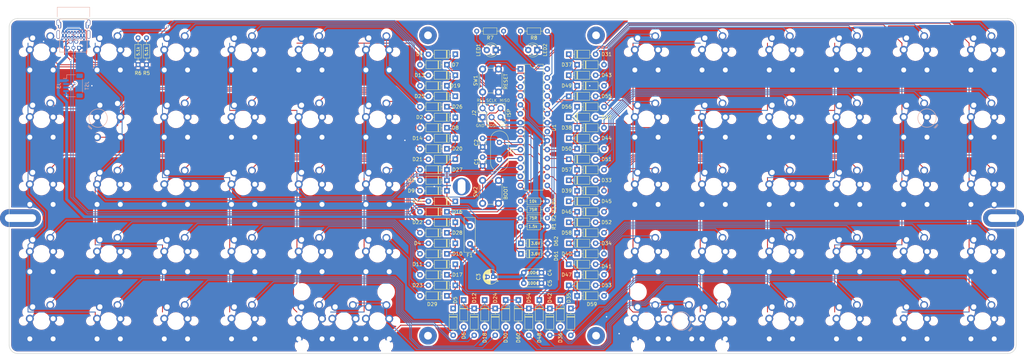
<source format=kicad_pcb>
(kicad_pcb (version 20210623) (generator pcbnew)
  (title_block (date "2021-01-23") (rev "1.2"))
  (layers (0 "F.Cu" signal) (31 "B.Cu" signal) (34 "B.Paste" user) (35 "F.Paste" user) (36 "B.SilkS" user "B.Silkscreen") (37 "F.SilkS" user "F.Silkscreen") (38 "B.Mask" user) (39 "F.Mask" user) (44 "Edge.Cuts" user))
  (net 0 "")
  (net 1 "+5V")
  (net 2 "GND")
  (net 3 "/ROW0")
  (net 4 "/ROW1")
  (net 5 "/ROW2")
  (net 6 "/ROW3")
  (net 7 "/ROW4")
  (net 8 "/ROW5")
  (net 9 "/RESET")
  (net 10 "Net-(LED1-Pad2)")
  (net 11 "/USB_D+")
  (net 12 "/USB_D-")
  (net 13 "/COL3")
  (net 14 "/COL0")
  (net 15 "/COL1")
  (net 16 "/COL2")
  (net 17 "/COL4")
  (net 18 "/COL5")
  (net 19 "/COL6")
  (net 20 "/COL7")
  (net 21 "/COL8")
  (net 22 "Net-(U1-Pad21)")
  (net 23 "Net-(C1-Pad1)")
  (net 24 "Net-(C2-Pad1)")
  (net 25 "Net-(F1-Pad1)")
  (net 26 "Net-(D1-Pad2)")
  (net 27 "Net-(D2-Pad2)")
  (net 28 "Net-(D3-Pad2)")
  (net 29 "Net-(D4-Pad2)")
  (net 30 "Net-(D5-Pad2)")
  (net 31 "Net-(D6-Pad2)")
  (net 32 "Net-(D7-Pad2)")
  (net 33 "Net-(D8-Pad2)")
  (net 34 "Net-(D9-Pad2)")
  (net 35 "Net-(D10-Pad2)")
  (net 36 "Net-(D11-Pad2)")
  (net 37 "Net-(D12-Pad2)")
  (net 38 "Net-(D13-Pad2)")
  (net 39 "Net-(D14-Pad2)")
  (net 40 "Net-(D15-Pad2)")
  (net 41 "Net-(D16-Pad2)")
  (net 42 "Net-(D17-Pad2)")
  (net 43 "Net-(D19-Pad2)")
  (net 44 "Net-(D20-Pad2)")
  (net 45 "Net-(D21-Pad2)")
  (net 46 "Net-(D22-Pad2)")
  (net 47 "Net-(D23-Pad2)")
  (net 48 "Net-(D24-Pad2)")
  (net 49 "Net-(D25-Pad2)")
  (net 50 "Net-(D26-Pad2)")
  (net 51 "Net-(D28-Pad2)")
  (net 52 "Net-(D29-Pad2)")
  (net 53 "Net-(D31-Pad2)")
  (net 54 "Net-(D32-Pad2)")
  (net 55 "Net-(D33-Pad2)")
  (net 56 "Net-(D34-Pad2)")
  (net 57 "Net-(D35-Pad2)")
  (net 58 "Net-(D36-Pad2)")
  (net 59 "Net-(D37-Pad2)")
  (net 60 "Net-(D38-Pad2)")
  (net 61 "Net-(D39-Pad2)")
  (net 62 "Net-(D40-Pad2)")
  (net 63 "Net-(D44-Pad2)")
  (net 64 "Net-(D45-Pad2)")
  (net 65 "Net-(D46-Pad2)")
  (net 66 "Net-(D47-Pad2)")
  (net 67 "Net-(D49-Pad2)")
  (net 68 "Net-(D50-Pad2)")
  (net 69 "Net-(D51-Pad2)")
  (net 70 "Net-(D52-Pad2)")
  (net 71 "Net-(D53-Pad2)")
  (net 72 "Net-(D54-Pad2)")
  (net 73 "Net-(D55-Pad2)")
  (net 74 "Net-(D56-Pad2)")
  (net 75 "Net-(D57-Pad2)")
  (net 76 "Net-(D58-Pad2)")
  (net 77 "Net-(D59-Pad2)")
  (net 78 "Net-(D66-Pad1)")
  (net 79 "Net-(D67-Pad1)")
  (net 80 "Net-(D41-Pad2)")
  (net 81 "Net-(D42-Pad2)")
  (net 82 "Net-(D43-Pad2)")
  (net 83 "Net-(D48-Pad2)")
  (net 84 "Net-(LED2-Pad2)")
  (net 85 "/LED1")
  (net 86 "/LED2")
  (net 87 "Net-(D18-Pad2)")
  (net 88 "Net-(D27-Pad2)")
  (net 89 "/COL9")
  (net 90 "Net-(2u_MX30-Pad1)")
  (net 91 "Net-(2u_MX60-Pad1)")
  (net 92 "Net-(J1-PadCC2)")
  (net 93 "Net-(J1-PadCC1)")
  (footprint "Capacitor_THT:C_Disc_D3.0mm_W1.6mm_P2.50mm" (layer "F.Cu") (at 144.065746 94.059454 -90)
    (fp_text reference "C1")
    (fp_text value "22p")
  )
  (footprint "Capacitor_THT:C_Disc_D3.0mm_W1.6mm_P2.50mm" (layer "F.Cu") (at 144.065746 88.701637 -90)
    (fp_text reference "C2")
    (fp_text value "22p")
  )
  (footprint "LED_THT:LED_D3.0mm" (layer "F.Cu") (at 159.543884 63.698491 180)
    (fp_text reference "LED2")
    (fp_text value "GREEN")
  )
  (footprint "Alps:ALPS-SI-1U" (layer "F.Cu") (at 285.75024 64.293804)
    (fp_text reference "MX31")
    (fp_text value "SW_Push")
  )
  (footprint "Alps:ALPS-SI-1U" (layer "F.Cu") (at 228.600192 64.293804)
    (fp_text reference "MX49")
    (fp_text value "SW_Push")
  )
  (footprint "Alps:ALPS-SI-1U" (layer "F.Cu") (at 285.75024 83.34382)
    (fp_text reference "MX32")
    (fp_text value "SW_Push")
  )
  (footprint "Alps:ALPS-SI-1U" (layer "F.Cu") (at 228.600192 83.34382)
    (fp_text reference "MX50")
    (fp_text value "SW_Push")
  )
  (footprint "Alps:ALPS-SI-1U" (layer "F.Cu") (at 285.75024 102.393836)
    (fp_text reference "MX33")
    (fp_text value "SW_Push")
  )
  (footprint "Alps:ALPS-SI-1U" (layer "F.Cu") (at 266.700224 102.393836)
    (fp_text reference "MX39")
    (fp_text value "SW_Push")
  )
  (footprint "Alps:ALPS-SI-1U" (layer "F.Cu") (at 209.550176 83.34382)
    (fp_text reference "MX51")
    (fp_text value "SW_Push")
  )
  (footprint "Alps:ALPS-SI-1U" (layer "F.Cu") (at 285.75024 121.443852)
    (fp_text reference "MX34")
    (fp_text value "SW_Push")
  )
  (footprint "Alps:ALPS-SI-1U" (layer "F.Cu") (at 285.75024 140.493868)
    (fp_text reference "MX35")
    (fp_text value "SW_Push")
  )
  (footprint "Alps:ALPS-SI-1U" (layer "F.Cu") (at 247.650208 121.443852)
    (fp_text reference "MX41")
    (fp_text value "SW_Push")
  )
  (footprint "Alps:ALPS-SI-1U" (layer "F.Cu") (at 228.600192 121.443852)
    (fp_text reference "MX47")
    (fp_text value "SW_Push")
  )
  (footprint "Package_DIP:DIP-28_W7.62mm" (layer "F.Cu") (at 154.78138 69.056308)
    (fp_text reference "U1")
    (fp_text value "ATMEGA328-PU")
  )
  (footprint "Fuse:Fuse_Bourns_MF-RHT100" (layer "F.Cu") (at 140.493868 116.086035 -90)
    (fp_text reference "F1")
    (fp_text value "100mA")
  )
  (footprint "Alps:ALPS-SI-1U" (layer "F.Cu") (at 38.100032 140.493868)
    (fp_text reference "MX6")
    (fp_text value "SW_Push")
  )
  (footprint "Alps:ALPS-SI-1U" (layer "F.Cu") (at 76.200064 140.493868)
    (fp_text reference "MX18")
    (fp_text value "SW_Push")
  )
  (footprint "Alps:ALPS-SI-1U" (layer "F.Cu") (at 95.25008 140.493868)
    (fp_text reference "MX24")
    (fp_text value "SW_Push")
  )
  (footprint "Alps:ALPS-SI-1U" (layer "F.Cu") (at 228.600192 140.493868)
    (fp_text reference "MX48")
    (fp_text value "SW_Push")
  )
  (footprint "Diode_THT:D_DO-35_SOD27_P7.62mm_Horizontal" (layer "F.Cu") (at 136.326677 82.748507 180)
    (fp_text reference "D2")
    (fp_text value "1N4148")
  )
  (footprint "Diode_THT:D_DO-35_SOD27_P7.62mm_Horizontal" (layer "F.Cu") (at 136.326677 118.467287 180)
    (fp_text reference "D4")
    (fp_text value "1N4148")
  )
  (footprint "Diode_THT:D_DO-35_SOD27_P7.62mm_Horizontal" (layer "F.Cu") (at 135.731364 136.92199 -90)
    (fp_text reference "D5")
    (fp_text value "1N4148")
  )
  (footprint "Diode_THT:D_DO-35_SOD27_P7.62mm_Horizontal" (layer "F.Cu") (at 138.707929 134.540738 -90)
    (fp_text reference "D6")
    (fp_text value "1N4148")
  )
  (footprint "Diode_THT:D_DO-35_SOD27_P7.62mm_Horizontal" (layer "F.Cu") (at 141.684494 136.92199 -90)
    (fp_text reference "D12")
    (fp_text value "1N4148")
  )
  (footprint "Diode_THT:D_DO-35_SOD27_P7.62mm_Horizontal" (layer "F.Cu") (at 144.661059 134.540738 -90)
    (fp_text reference "D18")
    (fp_text value "1N4148")
  )
  (footprint "Diode_THT:D_DO-35_SOD27_P7.62mm_Horizontal" (layer "F.Cu") (at 147.637624 136.92199 -90)
    (fp_text reference "D24")
    (fp_text value "1N4148")
  )
  (footprint "Capacitor_THT:CP_Radial_D4.0mm_P1.50mm" (layer "F.Cu") (at 147.042311 127.992295 180)
    (fp_text reference "C3")
    (fp_text value "4.7u")
  )
  (footprint "Resistor_THT:R_Axial_DIN0204_L3.6mm_D1.6mm_P7.62mm_Horizontal" (layer "F.Cu") (at 154.78138 108.942279)
    (fp_text reference "R3")
    (fp_text value "75R")
  )
  (footprint "Diode_THT:D_DO-35_SOD27_P7.62mm_Horizontal" (layer "F.Cu") (at 136.326677 64.889117 180)
    (fp_text reference "D1")
    (fp_text value "1N4148")
  )
  (footprint "Button_Switch_THT:SW_PUSH_6mm" (layer "F.Cu") (at 144.065746 107.15634 90)
    (fp_text reference "SW2")
    (fp_text value "BOOT")
  )
  (footprint "lumberjack:MountingHole_M2" (layer "F.Cu") (at 128.587608 59.5313)
    (fp_text reference "H1" hide)
    (fp_text value "M2")
  )
  (footprint "lumberjack:MountingHole_M2" (layer "F.Cu") (at 176.212648 59.5313)
    (fp_text reference "H2" hide)
    (fp_text value "M2")
  )
  (footprint "lumberjack:MountingHole_M2" (layer "F.Cu") (at 128.587608 144.661059)
    (fp_text reference "H3" hide)
    (fp_text value "M2")
  )
  (footprint "lumberjack:MountingHole_M2" (layer "F.Cu") (at 176.212648 144.661059)
    (fp_text reference "H4" hide)
    (fp_text value "M2")
  )
  (footprint "lumberjack:MountingSlot_M2" (layer "F.Cu") (at 13.096886 111.323531)
    (fp_text reference "H5" hide)
    (fp_text value "M2")
  )
  (footprint "lumberjack:MountingSlot_M2" (layer "F.Cu") (at 291.70337 111.323531)
    (fp_text reference "H6" hide)
    (fp_text value "M2")
  )
  (footprint "Diode_THT:D_DO-35_SOD27_P7.62mm_Horizontal" (layer "F.Cu") (at 157.162632 136.92199 -90)
    (fp_text reference "D54")
    (fp_text value "1N4148")
  )
  (footprint "LED_THT:LED_D3.0mm" (layer "F.Cu") (at 147.796372 63.698491 180)
    (fp_text reference "LED1")
    (fp_text value "RED")
  )
  (footprint "Alps:ALPS-SI-1U" (layer "F.Cu") (at 209.550176 140.493868)
    (fp_text reference "MX54")
    (fp_text value "SW_Push")
  )
  (footprint "Alps:ALPS-SI-1U" (layer "F.Cu") (at 95.25008 121.443852)
    (fp_text reference "MX23")
    (fp_text value "SW_Push")
  )
  (footprint "Alps:ALPS-SI-1U" (layer "F.Cu") (at 76.200064 121.443852)
    (fp_text reference "MX17")
    (fp_text value "SW_Push")
  )
  (footprint "Alps:ALPS-SI-1U" (layer "F.Cu") (at 57.150048 121.443852)
    (fp_text reference "MX11")
    (fp_text value "SW_Push")
  )
  (footprint "Alps:ALPS-SI-1U" (layer "F.Cu") (at 19.050016 140.493868)
    (fp_text reference "MX5")
    (fp_text value "SW_Push")
  )
  (footprint "Diode_THT:D_DO-35_SOD27_P7.62mm_Horizontal" (layer "F.Cu") (at 136.326677 130.373547 180)
    (fp_text reference "D23")
    (fp_text value "1N4148")
  )
  (footprint "Diode_THT:D_DO-35_SOD27_P7.62mm_Horizontal" (layer "F.Cu") (at 136.326677 124.420417 180)
    (fp_text reference "D11")
    (fp_text value "1N4148")
  )
  (footprint "Diode_THT:D_DO-35_SOD27_P7.62mm_Horizontal" (layer "F.Cu") (at 133.945425 115.490722 180)
    (fp_text reference "D28")
    (fp_text value "1N4148")
  )
  (footprint "Diode_THT:D_DO-35_SOD27_P7.62mm_Horizontal" (layer "F.Cu") (at 136.326677 112.514157 180)
    (fp_text reference "D22")
    (fp_text value "1N4148")
  )
  (footprint "Diode_THT:D_DO-35_SOD27_P7.62mm_Horizontal" (layer "F.Cu") (at 133.945425 109.537592 180)
    (fp_text reference "D16")
    (fp_text value "1N4148")
  )
  (footprint "Diode_THT:D_DO-35_SOD27_P7.62mm_Horizontal" (layer "F.Cu") (at 133.945425 121.443852 180)
    (fp_text reference "D10")
    (fp_text value "1N4148")
  )
  (footprint "Diode_THT:D_DO-35_SOD27_P7.62mm_Horizontal" (layer "F.Cu") (at 133.945425 97.631332 180)
    (fp_text reference "D27")
    (fp_text value "1N4148")
  )
  (footprint "Diode_THT:D_DO-35_SOD27_P7.62mm_Horizontal" (layer "F.Cu") (at 136.326677 94.654767 180)
    (fp_text reference "D21")
    (fp_text value "1N4148")
  )
  (footprint "Diode_THT:D_DO-35_SOD27_P7.62mm_Horizontal" (layer "F.Cu") (at 133.945425 103.584462 180)
    (fp_text reference "D9")
    (fp_text value "1N4148")
  )
  (footprint "Diode_THT:D_DO-35_SOD27_P7.62mm_Horizontal" (layer "F.Cu") (at 133.945425 91.678202 180)
    (fp_text reference "D20")
    (fp_text value "1N4148")
  )
  (footprint "Diode_THT:D_DO-35_SOD27_P7.62mm_Horizontal" (layer "F.Cu") (at 136.326677 88.701637 180)
    (fp_text reference "D14")
    (fp_text value "1N4148")
  )
  (footprint "Diode_THT:D_DO-35_SOD27_P7.62mm_Horizontal" (layer "F.Cu") (at 133.945425 85.725072 180)
    (fp_text reference "D8")
    (fp_text value "1N4148")
  )
  (footprint "Diode_THT:D_DO-35_SOD27_P7.62mm_Horizontal" (layer "F.Cu") (at 168.473579 64.889117)
    (fp_text reference "D31")
    (fp_text value "1N4148")
  )
  (footprint "Diode_THT:D_DO-35_SOD27_P7.62mm_Horizontal" (layer "F.Cu") (at 136.326677 76.795377 180)
    (fp_text reference "D25")
    (fp_text value "1N4148")
  )
  (footprint "Diode_THT:D_DO-35_SOD27_P7.62mm_Horizontal" (layer "F.Cu") (at 136.326677 70.842247 180)
    (fp_text reference "D13")
    (fp_text value "1N4148")
  )
  (footprint "Diode_THT:D_DO-35_SOD27_P7.62mm_Horizontal" (layer "F.Cu") (at 133.945425 67.865682 180)
    (fp_text reference "D7")
    (fp_text value "1N4148")
  )
  (footprint "Alps:ALPS-SI-1U" (layer "F.Cu") (at 114.300096 102.393836)
    (fp_text reference "MX28")
    (fp_text value "SW_Push")
  )
  (footprint "Alps:ALPS-SI-1U" (layer "F.Cu") (at 76.200064 102.393836)
    (fp_text reference "MX16")
    (fp_text value "SW_Push")
  )
  (footprint "Alps:ALPS-SI-1U" (layer "F.Cu") (at 95.25008 83.34382)
    (fp_text reference "MX21")
    (fp_text value "SW_Push")
  )
  (footprint "Alps:ALPS-SI-1U" (layer "F.Cu") (at 57.150048 102.393836)
    (fp_text reference "MX15")
    (fp_text value "SW_Push")
  )
  (footprint "Alps:ALPS-SI-1U" (layer "F.Cu") (at 38.100032 102.393836)
    (fp_text reference "MX9")
    (fp_text value "SW_Push")
  )
  (footprint "Alps:ALPS-SI-1U" (layer "F.Cu") (at 19.050016 102.393836)
    (fp_text reference "MX3")
    (fp_text value "SW_Push")
  )
  (footprint "Alps:ALPS-SI-1U" (layer "F.Cu") (at 114.300096 64.293804)
    (fp_text reference "MX26")
    (fp_text value "SW_Push")
  )
  (footprint "Alps:ALPS-SI-1U" (layer "F.Cu") (at 38.100032 83.34382)
    (fp_text reference "MX8")
    (fp_text value "SW_Push")
  )
  (footprint "Alps:ALPS-SI-1U" (layer "F.Cu") (at 76.200064 64.293804)
    (fp_text reference "MX19")
    (fp_text value "SW_Push")
  )
  (footprint "Alps:ALPS-SI-1U" (layer "F.Cu") (at 57.150048 64.293804)
    (fp_text reference "MX13")
    (fp_text value "SW_Push")
  )
  (footprint "Alps:ALPS-SI-1U" (layer "F.Cu") (at 19.049968 64.29375)
    (fp_text reference "MX1")
    (fp_text value "SW_Push")
  )
  (footprint "Diode_THT:D_DO-35_SOD27_P7.62mm_Horizontal" (layer "F.Cu") (at 170.854831 67.865682)
    (fp_text reference "D37")
    (fp_text value "1N4148")
  )
  (footprint "Alps:ALPS-SI-1U" (layer "F.Cu") (at 266.700224 64.293804)
    (fp_text reference "MX37")
    (fp_text value "SW_Push")
  )
  (footprint "Diode_THT:D_DO-35_SOD27_P7.62mm_Horizontal" (layer "F.Cu") (at 133.945425 73.818812 180)
    (fp_text reference "D19")
    (fp_text value "1N4148")
  )
  (footprint "Alps:ALPS-SI-1U" (layer "F.Cu") (at 57.150048 83.34382)
    (fp_text reference "MX14")
    (fp_text value "SW_Push")
  )
  (footprint "Alps:ALPS-SI-1U" (layer "F.Cu") (at 76.200064 83.34382)
    (fp_text reference "MX20")
    (fp_text value "SW_Push")
  )
  (footprint "Alps:ALPS-SI-1U" (layer "F.Cu") (at 114.300096 83.34382)
    (fp_text reference "MX27")
    (fp_text value "SW_Push")
  )
  (footprint "Alps:ALPS-SI-1U" (layer "F.Cu") (at 19.050016 121.443852)
    (fp_text reference "MX4")
    (fp_text value "SW_Push")
  )
  (footprint "Alps:ALPS-SI-1U" (layer "F.Cu") (at 38.100032 121.443852)
    (fp_text reference "MX10")
    (fp_text value "SW_Push")
  )
  (footprint "Alps:ALPS-SI-1U" (layer "F.Cu") (at 266.700224 140.493868)
    (fp_text reference "MX36")
    (fp_text value "SW_Push")
  )
  (footprint "Alps:ALPS-SI-1U" (layer "F.Cu") (at 209.550176 102.393836)
    (fp_text reference "MX52")
    (fp_text value "SW_Push")
  )
  (footprint "Alps:ALPS-SI-1U" (layer "F.Cu") (at 228.600192 102.393836)
    (fp_text reference "MX46")
    (fp_text value "SW_Push")
  )
  (footprint "Alps:ALPS-SI-1U" (layer "F.Cu") (at 266.700224 121.443852)
    (fp_text reference "MX40")
    (fp_text value "SW_Push")
  )
  (footprint "Diode_THT:D_DO-35_SOD27_P7.62mm_Horizontal" (layer "F.Cu") (at 160.139197 134.540738 -90)
    (fp_text reference "D48")
    (fp_text value "1N4148")
  )
  (footprint "Alps:ALPS-SI-1U" (layer "F.Cu") (at 57.150048 140.493868)
    (fp_text reference "MX12")
    (fp_text value "SW_Push")
  )
  (footprint "Button_Switch_THT:SW_PUSH_6mm" (layer "F.Cu") (at 144.065746 75.604751 90)
    (fp_text reference "SW1")
    (fp_text value "RESET")
  )
  (footprint "Capacitor_THT:C_Disc_D4.3mm_W1.9mm_P5.00mm" (layer "F.Cu") (at 155.73451 126.801669)
    (fp_text reference "C4")
    (fp_text value "100n")
  )
  (footprint "Alps:ALPS-SI-1U" (layer "F.Cu") (at 19.050016 83.34382)
    (fp_text reference "MX2")
    (fp_text value "SW_Push")
  )
  (footprint "Alps:ALPS-SI-1U" (layer "F.Cu") (at 209.550176 121.443852)
    (fp_text reference "MX53")
    (fp_text value "SW_Push")
  )
  (footprint "Alps:ALPS-SI-1U" (layer "F.Cu") (at 95.25008 64.293804)
    (fp_text reference "MX25")
    (fp_text value "SW_Push")
  )
  (footprint "Alps:ALPS-SI-1U" (layer "F.Cu") (at 247.650208 64.293804)
    (fp_text reference "MX43")
    (fp_text value "SW_Push")
  )
  (footprint "Alps:ALPS-SI-1U" (layer "F.Cu") (at 266.700224 83.34382)
    (fp_text reference "MX38")
    (fp_text value "SW_Push")
  )
  (footprint "Alps:ALPS-SI-1U" (layer "F.Cu") (at 114.300096 121.443852)
    (fp_text reference "MX29")
    (fp_text value "SW_Push")
  )
  (footprint "Diode_THT:D_DO-35_SOD27_P7.62mm_Horizontal" (layer "F.Cu") (at 150.614189 134.540738 -90)
    (fp_text reference "D30")
    (fp_text value "1N4148")
  )
  (footprint "Alps:ALPS-SI-1U" (layer "F.Cu") (at 190.50016 83.34382)
    (fp_text reference "MX57")
    (fp_text value "SW_Push")
  )
  (footprint "Alps:ALPS-SI-1U" (layer "F.Cu") (at 190.50016 64.293804)
    (fp_text reference "MX56")
    (fp_text value "SW_Push")
  )
  (footprint "Alps:ALPS-SI-1U" (layer "F.Cu") (at 209.550176 64.293804)
    (fp_text reference "MX55")
    (fp_text value "SW_Push")
  )
  (footprint "Alps:ALPS-SI-1U" (layer "F.Cu") (at 114.300096 140.493868)
    (fp_text reference "MX30")
    (fp_text value "SW_Push")
  )
  (footprint "Diode_THT:D_DO-35_SOD27_P7.62mm_Horizontal" (layer "F.Cu") (at 170.854831 115.490722)
    (fp_text reference "D58")
    (fp_text value "1N4148")
  )
  (footprint "Diode_THT:D_DO-35_SOD27_P7.62mm_Horizontal" (layer "F.Cu") (at 154.186067 134.540738 -90)
    (fp_text reference "D60")
    (fp_text value "1N4148")
  )
  (footprint "Alps:ALPS-SI-1U" (layer "F.Cu") (at 190.50016 102.393836)
    (fp_text reference "MX58")
    (fp_text value "SW_Push")
  )
  (footprint "Alps:ALPS-SI-1U" (layer "F.Cu") (at 190.50016 140.493868)
    (fp_text reference "MX60")
    (fp_text value "SW_Push")
  )
  (footprint "Alps:ALPS-SI-1U" (layer "F.Cu") (at 190.50016 121.443852)
    (fp_text reference "MX59")
    (fp_text value "SW_Push")
  )
  (footprint "Alps:ALPS-SI-1U" (layer "F.Cu") (at 95.25008 102.393836)
    (fp_text reference "MX22")
    (fp_text value "SW_Push")
  )
  (footprint "Alps:ALPS-SI-1U" (layer "F.Cu") (at 247.650208 83.34382)
    (fp_text reference "MX44")
    (fp_text value "SW_Push")
  )
  (footprint "Diode_THT:D_DO-35_SOD27_P7.62mm_Horizontal" (layer "F.Cu") (at 170.854831 79.771942)
    (fp_text reference "D56")
    (fp_text value "1N4148")
  )
  (footprint "Diode_THT:D_DO-35_SOD27_P7.62mm_Horizontal" (layer "F.Cu") (at 168.473579 76.795377)
    (fp_text reference "D55")
    (fp_text value "1N4148")
  )
  (footprint "Diode_THT:D_DO-35_SOD27_P7.62mm_Horizontal" (layer "F.Cu") (at 170.854831 73.818812)
    (fp_text reference "D49")
    (fp_text value "1N4148")
  )
  (footprint "Diode_THT:D_DO-35_SOD27_P7.62mm_Horizontal" (layer "F.Cu") (at 168.473579 82.748507)
    (fp_text reference "D32")
    (fp_text value "1N4148")
  )
  (footprint "Diode_THT:D_DO-35_SOD27_P7.62mm_Horizontal" (layer "F.Cu") (at 170.854831 97.631332)
    (fp_text reference "D57")
    (fp_text value "1N4148")
  )
  (footprint "Diode_THT:D_DO-35_SOD27_P7.62mm_Horizontal" (layer "F.Cu") (at 170.854831 91.678202)
    (fp_text reference "D50")
    (fp_text value "1N4148")
  )
  (footprint "Diode_THT:D_DO-35_SOD27_P7.62mm_Horizontal" (layer "F.Cu") (at 168.473579 94.654767)
    (fp_text reference "D51")
    (fp_text value "1N4148")
  )
  (footprint "Diode_THT:D_DO-35_SOD27_P7.62mm_Horizontal" (layer "F.Cu") (at 168.473579 106.561027)
    (fp_text reference "D45")
    (fp_text value "1N4148")
  )
  (footprint "Diode_THT:D_DO-35_SOD27_P7.62mm_Horizontal" (layer "F.Cu") (at 170.854831 103.584462)
    (fp_text reference "D39")
    (fp_text value "1N4148")
  )
  (footprint "Diode_THT:D_DO-35_SOD27_P7.62mm_Horizontal" (layer "F.Cu") (at 168.473579 100.607897)
    (fp_text reference "D33")
    (fp_text value "1N4148")
  )
  (footprint "Diode_THT:D_DO-35_SOD27_P7.62mm_Horizontal" (layer "F.Cu") (at 170.854831 85.725072)
    (fp_text reference "D38")
    (fp_text value "1N4148")
  )
  (footprint "Diode_THT:D_DO-35_SOD27_P7.62mm_Horizontal" (layer "F.Cu") (at 168.473579 112.514157)
    (fp_text reference "D52")
    (fp_text value "1N4148")
  )
  (footprint "Diode_THT:D_DO-35_SOD27_P7.62mm_Horizontal" (layer "F.Cu") (at 170.854831 109.537592)
    (fp_text reference "D46")
    (fp_text value "1N4148")
  )
  (footprint "Diode_THT:D_DO-35_SOD27_P7.62mm_Horizontal" (layer "F.Cu") (at 168.473579 118.467287)
    (fp_text reference "D34")
    (fp_text value "1N4148")
  )
  (footprint "Diode_THT:D_DO-35_SOD27_P7.62mm_Horizontal" (layer "F.Cu") (at 168.473579 88.701637)
    (fp_text reference "D44")
    (fp_text value "1N4148")
  )
  (footprint "Diode_THT:D_DO-35_SOD27_P7.62mm_Horizontal" (layer "F.Cu") (at 168.473579 70.842247)
    (fp_text reference "D43")
    (fp_text value "1N4148")
  )
  (footprint "Diode_THT:D_DO-35_SOD27_P7.62mm_Horizontal" (layer "F.Cu") (at 170.854831 133.350112)
    (fp_text reference "D59")
    (fp_text value "1N4148")
  )
  (footprint "Diode_THT:D_DO-35_SOD27_P7.62mm_Horizontal" (layer "F.Cu") (at 168.473579 124.420417)
    (fp_text reference "D41")
    (fp_text value "1N4148")
  )
  (footprint "Diode_THT:D_DO-35_SOD27_P7.62mm_Horizontal" (layer "F.Cu") (at 169.068892 136.92199 -90)
    (fp_text reference "D35")
    (fp_text value "1N4148")
  )
  (footprint "Diode_THT:D_DO-35_SOD27_P7.62mm_Horizontal" (layer "F.Cu") (at 170.854831 121.443852)
    (fp_text reference "D40")
    (fp_text value "1N4148")
  )
  (footprint "Diode_THT:D_DO-35_SOD27_P7.62mm_Horizontal" (layer "F.Cu") (at 170.854831 127.396982)
    (fp_text reference "D47")
    (fp_text value "1N4148")
  )
  (footprint "Diode_THT:D_DO-35_SOD27_P7.62mm_Horizontal" (layer "F.Cu") (at 168.473579 130.373547)
    (fp_text reference "D53")
    (fp_text value "1N4148")
  )
  (footprint "Diode_THT:D_DO-35_SOD27_P7.62mm_Horizontal" (layer "F.Cu") (at 166.092327 134.540738 -90)
    (fp_text reference "D36")
    (fp_text value "1N4148")
  )
  (footprint "Alps:ALPS-SI-MXStab-2U" (layer "F.Cu") (at 200.025168 140.493868)
    (fp_text reference "2u_MX60")
    (fp_text value "SW_Push")
  )
  (footprint "Alps:ALPS-SI-MXStab-2U" (layer "F.Cu") (at 104.775088 140.493868)
    (fp_text reference "2u_MX30")
    (fp_text value "SW_Push")
  )
  (footprint "Capacitor_THT:C_Disc_D4.3mm_W1.9mm_P5.00mm" (layer "F.Cu") (at 155.73451 129.778234)
    (fp_text reference "C5")
    (fp_text value "100n")
  )
  (footprint "Connector_PinHeader_2.54mm:PinHeader_2x03_P2.54mm_Vertical" (layer "F.Cu") (at 144.065746 82.748507 90)
    (fp_text reference "J2")
    (fp_text value "AVR_ISP_6")
  )
  (footprint "lumberjack:MountingSlot_M2" (layer "F.Cu") (at 138.112616 102.393836 90)
    (fp_text reference "H7" hide)
    (fp_text value "M2")
  )
  (footprint "Diode_THT:D_DO-35_SOD27_P7.62mm_Horizontal" (layer "F.Cu") (at 163.115762 136.92199 -90)
    (fp_text reference "D42")
    (fp_text value "1N4148")
  )
  (footprint "Diode_THT:D_DO-35_SOD27_P7.62mm_Horizontal" (layer "F.Cu") (at 133.945425 133.350112 180)
    (fp_text reference "D29")
    (fp_text value "1N4148")
  )
  (footprint "Diode_THT:D_DO-35_SOD27_P7.62mm_Horizontal" (layer "F.Cu") (at 136.326677 106.561027 180)
    (fp_text reference "D15")
    (fp_text value "1N4148")
  )
  (footprint "Diode_THT:D_DO-35_SOD27_P7.62mm_Horizontal" (layer "F.Cu") (at 133.945425 100.607897 180)
    (fp_text reference "D3")
    (fp_text value "1N4148")
  )
  (footprint "Diode_THT:D_DO-35_SOD27_P7.62mm_Horizontal" (layer "F.Cu") (at 133.945425 79.771942 180)
    (fp_text reference "D26")
    (fp_text value "1N4148")
  )
  (footprint "Resistor_THT:R_Axial_DIN0204_L3.6mm_D1.6mm_P7.62mm_Horizontal" (layer "F.Cu") (at 162.40138 106.561027 180)
    (fp_text reference "R4")
    (fp_text value "10k")
  )
  (footprint "Crystal:Crystal_HC49-4H_Vertical" (layer "F.Cu") (at 148.82825 89.892263 -90)
    (fp_text reference "Y1")
    (fp_text value "16MHz")
  )
  (footprint "Diode_THT:D_DO-35_SOD27_P7.62mm_Horizontal" (layer "F.Cu") (at 133.945425 127.396982 180)
    (fp_text reference "D17")
    (fp_text value "1N4148")
  )
  (footprint "Resistor_THT:R_Axial_DIN0204_L3.6mm_D1.6mm_P7.62mm_Horizontal" (layer "F.Cu") (at 154.78138 113.704783)
    (fp_text reference "R1")
    (fp_text value "1.5k")
  )
  (footprint "Resistor_THT:R_Axial_DIN0204_L3.6mm_D1.6mm_P7.62mm_Horizontal" (layer "F.Cu") (at 150.018876 58.340674 180)
    (fp_text reference "R7")
    (fp_text value "1.5k")
  )
  (footprint "Resistor_THT:R_Axial_DIN0204_L3.6mm_D1.6mm_P7.62mm_Horizontal" (layer "F.Cu") (at 162.40138 58.340674 180)
    (fp_text reference "R8")
    (fp_text value "1.5k")
  )
  (footprint "Resistor_THT:R_Axial_DIN0204_L3.6mm_D1.6mm_P7.62mm_Horizontal" (layer "F.Cu") (at 154.78138 111.323531)
    (fp_text reference "R2")
    (fp_text value "75R")
  )
  (footprint "Diode_THT:D_DO-35_SOD27_P7.62mm_Horizontal" (layer "F.Cu") (at 154.900449 121.443852)
    (fp_text reference "D61")
    (fp_text value "3.6V")
  )
  (footprint "Diode_THT:D_DO-35_SOD27_P7.62mm_Horizontal" (layer "F.Cu") (at 154.900449 118.467287)
    (fp_text reference "D62")
    (fp_text value "3.6V")
  )
  (footprint "Alps:ALPS-SI-1U" (layer "F.Cu") (at 247.650208 102.393836)
    (fp_text reference "MX45")
    (fp_text value "SW_Push")
  )
  (footprint "Resistor_THT:R_Axial_DIN0204_L3.6mm_D1.6mm_P7.62mm_Horizontal" (layer "F.Cu") (at 48.815666 67.865682 90)
    (fp_text reference "R5")
    (fp_text value "5.1k")
  )
  (footprint "Resistor_THT:R_Axial_DIN0204_L3.6mm_D1.6mm_P7.62mm_Horizontal" (layer "F.Cu") (at 46.434414 67.865682 90)
    (fp_text reference "R6")
    (fp_text value "5.1k")
  )
  (footprint "Alps:ALPS-SI-1U" (layer "F.Cu") (at 38.100032 64.293804)
    (fp_text reference "MX7")
    (fp_text value "SW_Push")
  )
  (footprint "Alps:ALPS-SI-1U" (layer "F.Cu") (at 247.650208 140.493868)
    (fp_text reference "MX42")
    (fp_text value "SW_Push")
  )
  (footprint "Connector_JST:JST_SH_SM04B-SRSS-TB_1x04-1MP_P1.00mm_Horizontal" (layer "B.Cu") (at 27.979711 73.818812 -90)
    (fp_text reference "J3")
    (fp_text value "JST")
  )
  (footprint "lumberjack:USB_Hybrid_THT" (layer "B.Cu") (at 25.136968 60.295127)
    (fp_text reference "J1")
    (fp_text value "USB")
  )
  (gr_circle (center 35.112119 83.003402) (end 37.493371 81.957223) (layer "B.SilkS") (width 0.15) (fill none))
  (gr_circle (center 270.006556 82.975932) (end 268.960377 80.59468) (layer "B.SilkS") (width 0.15) (fill none))
  (gr_circle (center 200.400801 140.493868) (end 199.354622 138.112616) (layer "B.SilkS") (width 0.15) (fill none))
  (gr_line (start 12.28125 54.76875) (end 292.89375 54.76875) (layer "Edge.Cuts") (width 0.15))
  (gr_line (start 295.275 57.15) (end 295.275 147.3) (layer "Edge.Cuts") (width 0.15))
  (gr_line (start 292.89375 149.68125) (end 12.28125 149.68125) (layer "Edge.Cuts") (width 0.15))
  (gr_line (start 9.9 147.3) (end 9.9 57.15) (layer "Edge.Cuts") (width 0.15))
  (gr_arc (start 292.89375 147.3) (end 292.89375 149.68125) (angle -90) (layer "Edge.Cuts") (width 0.15))
  (gr_arc (start 292.89375 57.15) (end 295.275 57.15) (angle -90) (layer "Edge.Cuts") (width 0.15))
  (gr_arc (start 12.28125 147.3) (end 9.9 147.3) (angle -90) (layer "Edge.Cuts") (width 0.15))
  (gr_arc (start 12.28125 57.15) (end 12.28125 54.76875) (angle -90) (layer "Edge.Cuts") (width 0.15))
  (gr_text "POST" (at 32.730867 85.604334 315) (layer "B.SilkS") (effects (font (size 0.4 0.4) (thickness 0.1)) (justify mirror)))
  (gr_text "POST" (at 203.001733 142.87512 45) (layer "B.SilkS") (effects (font (size 0.4 0.4) (thickness 0.1)) (justify mirror)))
  (gr_text "POST" (at 272.607488 85.357184 45) (layer "B.SilkS") (effects (font (size 0.4 0.4) (thickness 0.1)) (justify mirror)))
  (gr_text "GND" (at 144.661059 85.129759) (layer "F.SilkS") (effects (font (size 0.8 0.8) (thickness 0.1)) (justify right)))
  (gr_text "VCC" (at 148.82825 85.129759) (layer "F.SilkS") (effects (font (size 0.8 0.8) (thickness 0.1)) (justify left)))
  (gr_text "MOSI" (at 146.605746 85.129759) (layer "F.SilkS") (effects (font (size 0.8 0.8) (thickness 0.1))))
  (gr_text "SCLK" (at 146.605746 77.986003) (layer "F.SilkS") (effects (font (size 0.8 0.8) (thickness 0.1))))
  (gr_text "MISO" (at 148.82825 77.986003) (layer "F.SilkS") (effects (font (size 0.8 0.8) (thickness 0.1)) (justify left)))
  (gr_text "ISP" (at 151.537087 81.570333 90) (layer "F.SilkS") (effects (font (size 1 1))))
  (gr_text "RST" (at 144.661059 77.986003) (layer "F.SilkS") (effects (font (size 0.8 0.8) (thickness 0.1)) (justify right)))
  (segment (start 162.004494 89.376308) (end 162.40138 89.376308) (width 0.8) (layer "B.Cu") (net 1))
  (segment (start 155.73451 126.801669) (end 155.73451 129.778234) (width 0.8) (layer "B.Cu") (net 1))
  (segment (start 147.042311 125.3626) (end 147.042311 127.992295) (width 0.8) (layer "B.Cu") (net 1))
  (segment (start 160.73451 108.227897) (end 160.73451 112.037913) (width 0.8) (layer "B.Cu") (net 1))
  (segment (start 140.484494 118.804783) (end 147.042311 125.3626) (width 0.8) (layer "B.Cu") (net 1))
  (segment (start 160.73451 104.894157) (end 162.40138 106.561027) (width 0.8) (layer "B.Cu") (net 1))
  (segment (start 162.40138 106.561027) (end 160.73451 108.227897) (width 0.8) (layer "B.Cu") (net 1))
  (segment (start 154.78138 84.296308) (end 150.693547 84.296308) (width 0.8) (layer "B.Cu") (net 1))
  (segment (start 150.693547 84.296308) (end 149.145746 82.748507) (width 0.8) (layer "B.Cu") (net 1))
  (segment (start 156.924494 84.296308) (end 162.004494 89.376308) (width 0.8) (layer "B.Cu") (net 1))
  (segment (start 154.543884 127.992295) (end 147.042311 127.992295) (width 0.8) (layer "B.Cu") (net 1))
  (segment (start 155.73451 126.801669) (end 154.543884 127.992295) (width 0.8) (layer "B.Cu") (net 1))
  (segment (start 154.78138 84.296308) (end 156.924494 84.296308) (width 0.8) (layer "B.Cu") (net 1))
  (segment (start 162.40138 89.376308) (end 162.40138 89.416019) (width 0.8) (layer "B.Cu") (net 1))
  (segment (start 162.40138 113.704783) (end 160.73451 115.371653) (width 0.8) (layer "B.Cu") (net 1))
  (segment (start 160.73451 91.082889) (end 160.73451 104.894157) (width 0.8) (layer "B.Cu") (net 1))
  (segment (start 160.73451 112.037913) (end 162.40138 113.704783) (width 0.8) (layer "B.Cu") (net 1))
  (segment (start 160.73451 115.371653) (end 160.73451 121.801669) (width 0.8) (layer "B.Cu") (net 1))
  (segment (start 160.73451 121.801669) (end 155.73451 126.801669) (width 0.8) (layer "B.Cu") (net 1))
  (segment (start 162.40138 89.416019) (end 160.73451 91.082889) (width 0.8) (layer "B.Cu") (net 1))
  (via (at 174.426709 73.818812) (size 0.6) (drill 0.4) (layers "F.Cu" "B.Cu") (net 2))
  (via (at 179.189213 139.303242) (size 0.6) (drill 0.4) (layers "F.Cu" "B.Cu") (net 2))
  (via (at 182.761091 144.065746) (size 0.6) (drill 0.4) (layers "F.Cu" "B.Cu") (net 2))
  (via (at 130.373547 102.393836) (size 0.6) (drill 0.4) (layers "F.Cu" "B.Cu") (net 2))
  (via (at 122.039165 89.29695) (size 0.6) (drill 0.4) (layers "F.Cu" "B.Cu") (net 2))
  (via (at 33.337528 73.818812) (size 0.6) (drill 0.4) (layers "F.Cu" "B.Cu") (net 2))
  (via (at 19.645329 61.25) (size 0.6) (drill 0.4) (layers "F.Cu" "B.Cu") (net 2))
  (via (at 26.193772 76.795377) (size 0.6) (drill 0.4) (layers "F.Cu" "B.Cu") (net 2))
  (segment (start 26.18 57.09) (end 30.04 57.09) (width 0.5) (layer "B.Cu") (net 2))
  (segment (start 31.086968 58.136968) (end 31.086968 58.945127) (width 0.5) (layer "B.Cu") (net 2))
  (segment (start 25.979711 76.581316) (end 26.193772 76.795377) (width 0.25) (layer "B.Cu") (net 2))
  (segment (start 19.645329 61.25) (end 19.695329 61.3) (width 0.5) (layer "B.Cu") (net 2))
  (segment (start 25.136968 58.945127) (end 25.136968 60.295127) (width 0.5) (layer "B.Cu") (net 2))
  (segment (start 19.695329 61.3) (end 24.42 61.3) (width 0.5) (layer "B.Cu") (net 2))
  (segment (start 24.42 61.3) (end 25.136968 60.295127) (width 0.5) (layer "B.Cu") (net 2))
  (segment (start 31.086968 60.295127) (end 31.086968 62.972486) (width 0.5) (layer "B.Cu") (net 2))
  (segment (start 30.970327 63.089127) (end 29.708968 63.089127) (width 0.5) (layer "B.Cu") (net 2))
  (segment (start 25.136968 58.945127) (end 25.136968 58.133032) (width 0.5) (layer "B.Cu") (net 2))
  (segment (start 31.086968 58.945127) (end 31.086968 60.295127) (width 0.5) (layer "B.Cu") (net 2))
  (segment (start 25.979711 75.318812) (end 25.979711 76.581316) (width 0.25) (layer "B.Cu") (net 2))
  (segment (start 25.136968 58.133032) (end 26.18 57.09) (width 0.5) (layer "B.Cu") (net 2))
  (segment (start 31.086968 62.972486) (end 30.970327 63.089127) (width 0.5) (layer "B.Cu") (net 2))
  (segment (start 30.04 57.09) (end 31.086968 58.136968) (width 0.5) (layer "B.Cu") (net 2))
  (segment (start 168.473579 71.43756) (end 170.854831 73.818812) (width 0.25) (layer "F.Cu") (net 3))
  (segment (start 170.854831 74.414125) (end 168.473579 76.795377) (width 0.25) (layer "F.Cu") (net 3))
  (segment (start 162.40138 81.756308) (end 162.123563 81.756308) (width 0.25) (layer "F.Cu") (net 3))
  (segment (start 151.354805 73.368802) (end 144.806362 73.368802) (width 0.25) (layer "F.Cu") (net 3))
  (segment (start 170.854831 68.460995) (end 168.473579 70.842247) (width 0.25) (layer "F.Cu") (net 3))
  (segment (start 155.628564 75.261309) (end 153.247312 75.261309) (width 0.25) (layer "F.Cu") (net 3))
  (segment (start 168.473579 70.842247) (end 168.473579 71.43756) (width 0.25) (layer "F.Cu") (net 3))
  (segment (start 170.854831 67.865682) (end 170.854831 68.460995) (width 0.25) (layer "F.Cu") (net 3))
  (segment (start 168.473579 64.889117) (end 168.473579 65.48443) (width 0.25) (layer "F.Cu") (net 3))
  (segment (start 135.136051 69.056308) (end 133.945425 67.865682) (width 0.25) (layer "F.Cu") (net 3))
  (segment (start 144.806362 73.368802) (end 140.493868 69.056308) (width 0.25) (layer "F.Cu") (net 3))
  (segment (start 168.473579 65.48443) (end 170.854831 67.865682) (width 0.25) (layer "F.Cu") (net 3))
  (segment (start 170.854831 73.818812) (end 170.854831 74.414125) (width 0.25) (layer "F.Cu") (net 3))
  (segment (start 140.493868 69.056308) (end 135.136051 69.056308) (width 0.25) (layer "F.Cu") (net 3))
  (segment (start 153.247312 75.261309) (end 151.354805 73.368802) (width 0.25) (layer "F.Cu") (net 3))
  (segment (start 162.123563 81.756308) (end 155.628564 75.261309) (width 0.25) (layer "F.Cu") (net 3))
  (segment (start 133.945425 67.865682) (end 133.945425 68.460995) (width 0.25) (layer "B.Cu") (net 3))
  (segment (start 133.945425 73.818812) (end 133.945425 74.414125) (width 0.25) (layer "B.Cu") (net 3))
  (segment (start 162.40138 81.756308) (end 167.362311 76.795377) (width 0.25) (layer "B.Cu") (net 3))
  (segment (start 133.945425 74.414125) (end 136.326677 76.795377) (width 0.25) (layer "B.Cu") (net 3))
  (segment (start 136.326677 64.889117) (end 136.326677 65.48443) (width 0.25) (layer "B.Cu") (net 3))
  (segment (start 136.326677 70.842247) (end 136.326677 71.43756) (width 0.25) (layer "B.Cu") (net 3))
  (segment (start 133.945425 68.460995) (end 136.326677 70.842247) (width 0.25) (layer "B.Cu") (net 3))
  (segment (start 136.326677 65.48443) (end 133.945425 67.865682) (width 0.25) (layer "B.Cu") (net 3))
  (segment (start 136.326677 71.43756) (end 133.945425 73.818812) (width 0.25) (layer "B.Cu") (net 3))
  (segment (start 167.362311 76.795377) (end 168.473579 76.795377) (width 0.25) (layer "B.Cu") (net 3))
  (segment (start 152.400128 88.106324) (end 151.209502 86.915698) (width 0.25) (layer "F.Cu") (net 4))
  (segment (start 151.209502 79.892398) (end 149.89842 78.581316) (width 0.25) (layer "F.Cu") (net 4))
  (segment (start 161.329823 91.916308) (end 157.519839 88.106324) (width 0.25) (layer "F.Cu") (net 4))
  (segment (start 146.605746 80.208507) (end 144.978555 78.581316) (width 0.25) (layer "F.Cu") (net 4))
  (segment (start 136.781364 78.581316) (end 135.590738 79.771942) (width 0.25) (layer "F.Cu") (net 4))
  (segment (start 135.590738 79.771942) (end 133.945425 79.771942) (width 0.25) (layer "F.Cu") (net 4))
  (segment (start 170.616725 91.916308) (end 170.854831 91.678202) (width 0.25) (layer "F.Cu") (net 4))
  (segment (start 149.89842 78.581316) (end 148.232937 78.581316) (width 0.25) (layer "F.Cu") (net 4))
  (segment (start 170.259518 91.678202) (end 170.021412 91.916308) (width 0.25) (layer "F.Cu") (net 4))
  (segment (start 151.209502 86.915698) (end 151.209502 79.892398) (width 0.25) (layer "F.Cu") (net 4))
  (segment (start 144.978555 78.581316) (end 136.781364 78.581316) (width 0.25) (layer "F.Cu") (net 4))
  (segment (start 162.40138 91.916308) (end 170.616725 91.916308) (width 0.25) (layer "F.Cu") (net 4))
  (segment (start 157.519839 88.106324) (end 152.400128 88.106324) (width 0.25) (layer "F.Cu") (net 4))
  (segment (start 148.232937 78.581316) (end 146.605746 80.208507) (width 0.25) (layer "F.Cu") (net 4))
  (segment (start 161.329823 91.916308) (end 162.40138 91.916308) (width 0.25) (layer "F.Cu") (net 4))
  (segment (start 170.854831 80.821942) (end 168.928266 82.748507) (width 0.25) (layer "B.Cu") (net 4))
  (segment (start 168.928266 82.748507) (end 168.473579 82.748507) (width 0.25) (layer "B.Cu") (net 4))
  (segment (start 136.326677 81.698507) (end 134.400112 79.771942) (width 0.25) (layer "B.Cu") (net 4))
  (segment (start 170.854831 85.725072) (end 170.854831 86.775072) (width 0.25) (layer "B.Cu") (net 4))
  (segment (start 133.945425 85.725072) (end 134.995425 85.725072) (width 0.25) (layer "B.Cu") (net 4))
  (segment (start 136.326677 88.701637) (end 136.326677 87.651637) (width 0.25) (layer "B.Cu") (net 4))
  (segment (start 170.854831 90.628202) (end 168.928266 88.701637) (width 0.25) (layer "B.Cu") (net 4))
  (segment (start 168.473579 82.748507) (end 169.523579 82.748507) (width 0.25) (layer "B.Cu") (net 4))
  (segment (start 170.854831 91.678202) (end 170.854831 90.628202) (width 0.25) (layer "B.Cu") (net 4))
  (segment (start 134.400112 79.771942) (end 133.945425 79.771942) (width 0.25) (layer "B.Cu") (net 4))
  (segment (start 134.400112 85.725072) (end 133.945425 85.725072) (width 0.25) (layer "B.Cu") (net 4))
  (segment (start 170.854831 84.079759) (end 170.854831 85.725072) (width 0.25) (layer "B.Cu") (net 4))
  (segment (start 170.854831 86.775072) (end 168.928266 88.701637) (width 0.25) (layer "B.Cu") (net 4))
  (segment (start 134.995425 91.678202) (end 136.326677 90.34695) (width 0.25) (layer "B.Cu") (net 4))
  (segment (start 136.326677 87.651637) (end 134.400112 85.725072) (width 0.25) (layer "B.Cu") (net 4))
  (segment (start 136.326677 84.39382) (end 136.326677 82.748507) (width 0.25) (layer "B.Cu") (net 4))
  (segment (start 134.995425 85.725072) (end 136.326677 84.39382) (width 0.25) (layer "B.Cu") (net 4))
  (segment (start 136.326677 90.34695) (end 136.326677 88.701637) (width 0.25) (layer "B.Cu") (net 4))
  (segment (start 168.928266 88.701637) (end 168.473579 88.701637) (width 0.25) (layer "B.Cu") (net 4))
  (segment (start 136.326677 82.748507) (end 136.326677 81.698507) (width 0.25) (layer "B.Cu") (net 4))
  (segment (start 169.523579 82.748507) (end 170.854831 84.079759) (width 0.25) (layer "B.Cu") (net 4))
  (segment (start 170.854831 79.771942) (end 170.854831 80.821942) (width 0.25) (layer "B.Cu") (net 4))
  (segment (start 133.945425 91.678202) (end 134.995425 91.678202) (width 0.25) (layer "B.Cu") (net 4))
  (segment (start 136.326677 106.561027) (end 135.276677 106.561027) (width 0.25) (layer "F.Cu") (net 5))
  (segment (start 162.40138 94.456308) (end 168.27512 94.456308) (width 0.25) (layer "F.Cu") (net 5))
  (segment (start 150.759491 81.822252) (end 149.145746 80.208507) (width 0.25) (layer "F.Cu") (net 5))
  (segment (start 170.854831 97.631332) (end 170.854831 96.581332) (width 0.25) (layer "F.Cu") (net 5))
  (segment (start 168.473579 106.561027) (end 169.523579 106.561027) (width 0.25) (layer "F.Cu") (net 5))
  (segment (start 170.854831 105.229775) (end 170.854831 103.584462) (width 0.25) (layer "F.Cu") (net 5))
  (segment (start 161.329823 94.456308) (end 157.374824 90.501309) (width 0.25) (layer "F.Cu") (net 5))
  (segment (start 168.27512 94.456308) (end 168.473579 94.654767) (width 0.25) (layer "F.Cu") (net 5))
  (segment (start 168.928266 94.654767) (end 168.473579 94.654767) (width 0.25) (layer "F.Cu") (net 5))
  (segment (start 170.854831 96.581332) (end 168.928266 94.654767) (width 0.25) (layer "F.Cu") (net 5))
  (segment (start 146.072995 81.542256) (end 147.811997 81.542256) (width 0.25) (layer "F.Cu") (net 5))
  (segment (start 133.945425 105.229775) (end 133.945425 103.584462) (width 0.25) (layer "F.Cu") (net 5))
  (segment (start 145.256372 85.270385) (end 145.256372 82.358879) (width 0.25) (layer "F.Cu") (net 5))
  (segment (start 133.945425 103.584462) (end 133.945425 100.607897) (width 0.25) (layer "F.Cu") (net 5))
  (segment (start 136.326677 94.654767) (end 136.326677 94.20008) (width 0.25) (layer "F.Cu") (net 5))
  (segment (start 170.854831 98.681332) (end 168.928266 100.607897) (width 0.25) (layer "F.Cu") (net 5))
  (segment (start 136.326677 94.20008) (end 145.256372 85.270385) (width 0.25) (layer "F.Cu") (net 5))
  (segment (start 169.523579 106.561027) (end 170.854831 105.229775) (width 0.25) (layer "F.Cu") (net 5))
  (segment (start 147.811997 81.542256) (end 149.145746 80.208507) (width 0.25) (layer "F.Cu") (net 5))
  (segment (start 145.256372 82.358879) (end 146.072995 81.542256) (width 0.25) (layer "F.Cu") (net 5))
  (segment (start 170.854831 103.584462) (end 170.854831 102.534462) (width 0.25) (layer "F.Cu") (net 5))
  (segment (start 152.413861 90.501309) (end 150.759491 88.846939) (width 0.25) (layer "F.Cu") (net 5))
  (segment (start 157.374824 90.501309) (end 152.413861 90.501309) (width 0.25) (layer "F.Cu") (net 5))
  (segment (start 133.945425 100.607897) (end 133.945425 97.631332) (width 0.25) (layer "F.Cu") (net 5))
  (segment (start 168.928266 100.607897) (end 168.473579 100.607897) (width 0.25) (layer "F.Cu") (net 5))
  (segment (start 135.276677 106.561027) (end 133.945425 105.229775) (width 0.25) (layer "F.Cu") (net 5))
  (segment (start 161.329823 94.456308) (end 162.40138 94.456308) (width 0.25) (layer "F.Cu") (net 5))
  (segment (start 170.854831 97.631332) (end 170.854831 98.681332) (width 0.25) (layer "F.Cu") (net 5))
  (segment (start 170.854831 102.534462) (end 168.928266 100.607897) (width 0.25) (layer "F.Cu") (net 5))
  (segment (start 150.759491 88.846939) (end 150.759491 81.822252) (width 0.25) (layer "F.Cu") (net 5))
  (segment (start 135.87199 94.654767) (end 136.326677 94.654767) (width 0.25) (layer "B.Cu") (net 5))
  (segment (start 133.945425 96.581332) (end 135.87199 94.654767) (width 0.25) (layer "B.Cu") (net 5))
  (segment (start 133.945425 97.631332) (end 133.945425 96.581332) (width 0.25) (layer "B.Cu") (net 5))
  (segment (start 168.928266 112.514157) (end 168.473579 112.514157) (width 0.25) (layer "F.Cu") (net 6))
  (segment (start 150.614189 102.98915) (end 150.614189 107.15634) (width 0.25) (layer "F.Cu") (net 6))
  (segment (start 161.329823 96.996308) (end 161.329823 97.036019) (width 0.25) (layer "F.Cu") (net 6))
  (segment (start 168.928266 118.467287) (end 168.473579 118.467287) (width 0.25) (layer "F.Cu") (net 6))
  (segment (start 170.854831 120.393852) (end 168.928266 118.467287) (width 0.25) (layer "F.Cu") (net 6))
  (segment (start 170.854831 121.443852) (end 170.854831 120.393852) (width 0.25) (layer "F.Cu") (net 6))
  (segment (start 157.704533 100.661309) (end 152.94203 100.661309) (width 0.25) (layer "F.Cu") (net 6))
  (segment (start 170.854831 115.490722) (end 170.854831 114.440722) (width 0.25) (layer "F.Cu") (net 6))
  (segment (start 134.400112 109.537592) (end 133.945425 109.537592) (width 0.25) (layer "F.Cu") (net 6))
  (segment (start 166.092327 107.751653) (end 167.878266 109.537592) (width 0.25) (layer "F.Cu") (net 6))
  (segment (start 150.30948 90.223965) (end 150.30948 86.452241) (width 0.25) (layer "F.Cu") (net 6))
  (segment (start 150.30948 86.452241) (end 146.605746 82.748507) (width 0.25) (layer "F.Cu") (net 6))
  (segment (start 136.326677 119.517287) (end 134.400112 121.443852) (width 0.25) (layer "F.Cu") (net 6))
  (segment (start 157.664822 93.331307) (end 153.416822 93.331307) (width 0.25) (layer "F.Cu") (net 6))
  (segment (start 164.86199 96.996308) (end 166.092327 98.226645) (width 0.25) (layer "F.Cu") (net 6))
  (segment (start 134.995425 115.490722) (end 136.326677 114.15947) (width 0.25) (layer "F.Cu") (net 6))
  (segment (start 161.329823 96.996308) (end 164.86199 96.996308) (width 0.25) (layer "F.Cu") (net 6))
  (segment (start 161.329823 97.036019) (end 157.704533 100.661309) (width 0.25) (layer "F.Cu") (net 6))
  (segment (start 136.326677 111.464157) (end 134.400112 109.537592) (width 0.25) (layer "F.Cu") (net 6))
  (segment (start 136.326677 117.417287) (end 134.400112 115.490722) (width 0.25) (layer "F.Cu") (net 6))
  (segment (start 134.400112 115.490722) (end 133.945425 115.490722) (width 0.25) (layer "F.Cu") (net 6))
  (segment (start 166.092327 98.226645) (end 166.092327 107.751653) (width 0.25) (layer "F.Cu") (net 6))
  (segment (start 170.854831 114.440722) (end 168.928266 112.514157) (width 0.25) (layer "F.Cu") (net 6))
  (segment (start 169.523579 112.514157) (end 170.854831 111.182905) (width 0.25) (layer "F.Cu") (net 6))
  (segment (start 170.854831 115.490722) (end 170.854831 116.540722) (width 0.25) (layer "F.Cu") (net 6))
  (segment (start 136.326677 114.15947) (end 136.326677 112.514157) (width 0.25) (layer "F.Cu") (net 6))
  (segment (start 133.945425 115.490722) (end 134.995425 115.490722) (width 0.25) (layer "F.Cu") (net 6))
  (segment (start 134.400112 121.443852) (end 133.945425 121.443852) (width 0.25) (layer "F.Cu") (net 6))
  (segment (start 148.232937 109.537592) (end 133.945425 109.537592) (width 0.25) (layer "F.Cu") (net 6))
  (segment (start 136.326677 118.467287) (end 136.326677 117.417287) (width 0.25) (layer "F.Cu") (net 6))
  (segment (start 170.854831 111.182905) (end 170.854831 109.537592) (width 0.25) (layer "F.Cu") (net 6))
  (segment (start 167.878266 109.537592) (end 170.259518 109.537592) (width 0.25) (layer "F.Cu") (net 6))
  (segment (start 161.329823 96.996308) (end 157.664822 93.331307) (width 0.25) (layer "F.Cu") (net 6))
  (segment (start 153.416822 93.331307) (end 150.30948 90.223965) (width 0.25) (layer "F.Cu") (net 6))
  (segment (start 136.326677 118.467287) (end 136.326677 119.517287) (width 0.25) (layer "F.Cu") (net 6))
  (segment (start 150.614189 107.15634) (end 148.232937 109.537592) (width 0.25) (layer "F.Cu") (net 6))
  (segment (start 168.473579 112.514157) (end 169.523579 112.514157) (width 0.25) (layer "F.Cu") (net 6))
  (segment (start 152.94203 100.661309) (end 150.614189 102.98915) (width 0.25) (layer "F.Cu") (net 6))
  (segment (start 136.326677 112.514157) (end 136.326677 111.464157) (width 0.25) (layer "F.Cu") (net 6))
  (segment (start 170.854831 116.540722) (end 168.928266 118.467287) (width 0.25) (layer "F.Cu") (net 6))
  (segment (start 164.901701 132.159486) (end 166.092327 130.96886) (width 0.25) (layer "B.Cu") (net 6))
  (segment (start 133.945425 121.443852) (end 136.92199 121.443852) (width 0.25) (layer "B.Cu") (net 6))
  (segment (start 166.092327 123.825104) (end 168.473579 121.443852) (width 0.25) (layer "B.Cu") (net 6))
  (segment (start 168.473579 121.443852) (end 170.854831 121.443852) (width 0.25) (layer "B.Cu") (net 6))
  (segment (start 136.92199 121.443852) (end 139.303242 123.825104) (width 0.25) (layer "B.Cu") (net 6))
  (segment (start 139.898555 132.159486) (end 164.901701 132.159486) (width 0.25) (layer "B.Cu") (net 6))
  (segment (start 139.303242 131.564173) (end 139.898555 132.159486) (width 0.25) (layer "B.Cu") (net 6))
  (segment (start 139.303242 123.825104) (end 139.303242 131.564173) (width 0.25) (layer "B.Cu") (net 6))
  (segment (start 166.092327 130.96886) (end 166.092327 123.825104) (width 0.25) (layer "B.Cu") (net 6))
  (segment (start 167.878266 123.370417) (end 167.878266 124.420417) (width 0.25) (layer "F.Cu") (net 7))
  (segment (start 134.400112 133.350112) (end 133.945425 133.350112) (width 0.25) (layer "F.Cu") (net 7))
  (segment (start 136.326677 129.323547) (end 134.400112 127.396982) (width 0.25) (layer "F.Cu") (net 7))
  (segment (start 136.326677 126.06573) (end 136.326677 124.420417) (width 0.25) (layer "F.Cu") (net 7))
  (segment (start 133.945425 127.396982) (end 134.995425 127.396982) (width 0.25) (layer "F.Cu") (net 7))
  (segment (start 165.497014 120.989165) (end 167.878266 123.370417) (width 0.25) (layer "F.Cu") (net 7))
  (segment (start 134.995425 127.396982) (end 136.326677 126.06573) (width 0.25) (layer "F.Cu") (net 7))
  (segment (start 134.400112 127.396982) (end 133.945425 127.396982) (width 0.25) (layer "F.Cu") (net 7))
  (segment (start 162.40138 99.536308) (end 163.830112 99.536308) (width 0.25) (layer "F.Cu") (net 7))
  (segment (start 136.326677 135.276677) (end 134.400112 133.350112) (width 0.25) (layer "F.Cu") (net 7))
  (segment (start 136.326677 131.423547) (end 134.400112 133.350112) (width 0.25) (layer "F.Cu") (net 7))
  (segment (start 165.497014 101.20321) (end 165.497014 120.989165) (width 0.25) (layer "F.Cu") (net 7))
  (segment (start 136.326677 130.373547) (end 136.326677 131.423547) (width 0.25) (layer "F.Cu") (net 7))
  (segment (start 136.326677 136.326677) (end 136.326677 135.276677) (width 0.25) (layer "F.Cu") (net 7))
  (segment (start 163.830112 99.536308) (end 165.497014 101.20321) (width 0.25) (layer "F.Cu") (net 7))
  (segment (start 136.326677 130.373547) (end 136.326677 129.323547) (width 0.25) (layer "F.Cu") (net 7))
  (segment (start 136.326677 130.373547) (end 137.376677 130.373547) (width 0.25) (layer "B.Cu") (net 7))
  (segment (start 170.854831 132.300112) (end 168.928266 130.373547) (width 0.25) (layer "B.Cu") (net 7))
  (segment (start 170.854831 129.042295) (end 170.854831 127.396982) (width 0.25) (layer "B.Cu") (net 7))
  (segment (start 170.854831 133.350112) (end 170.854831 136.186051) (width 0.25) (layer "B.Cu") (net 7))
  (segment (start 170.854831 126.346982) (end 168.928266 124.420417) (width 0.25) (layer "B.Cu") (net 7))
  (segment (start 170.118892 136.92199) (end 169.068892 136.92199) (width 0.25) (layer "B.Cu") (net 7))
  (segment (start 170.854831 133.350112) (end 170.854831 132.300112) (width 0.25) (layer "B.Cu") (net 7))
  (segment (start 170.854831 127.396982) (end 170.854831 126.346982) (width 0.25) (layer "B.Cu") (net 7))
  (segment (start 168.473579 130.373547) (end 169.523579 130.373547) (width 0.25) (layer "B.Cu") (net 7))
  (segment (start 139.757929 132.754799) (end 167.142327 132.754799) (width 0.25) (layer "B.Cu") (net 7))
  (segment (start 170.854831 136.186051) (end 170.118892 136.92199) (width 0.25) (layer "B.Cu") (net 7))
  (segment (start 169.523579 130.373547) (end 170.854831 129.042295) (width 0.25) (layer "B.Cu") (net 7))
  (segment (start 168.928266 124.420417) (end 168.473579 124.420417) (width 0.25) (layer "B.Cu") (net 7))
  (segment (start 167.142327 132.754799) (end 168.473579 131.423547) (width 0.25) (layer "B.Cu") (net 7))
  (segment (start 137.376677 130.373547) (end 139.757929 132.754799) (width 0.25) (layer "B.Cu") (net 7))
  (segment (start 168.473579 131.423547) (end 168.473579 130.373547) (width 0.25) (layer "B.Cu") (net 7))
  (segment (start 168.928266 130.373547) (end 168.473579 130.373547) (width 0.25) (layer "B.Cu") (net 7))
  (segment (start 162.40138 102.076308) (end 164.901701 104.576629) (width 0.25) (layer "F.Cu") (net 8))
  (segment (start 160.139197 133.490738) (end 160.139197 134.540738) (width 0.25) (layer "F.Cu") (net 8))
  (segment (start 164.901701 104.576629) (end 164.901701 128.728234) (width 0.25) (layer "F.Cu") (net 8))
  (segment (start 164.901701 128.728234) (end 160.139197 133.490738) (width 0.25) (layer "F.Cu") (net 8))
  (segment (start 138.707929 134.540738) (end 138.707929 135.590738) (width 0.25) (layer "B.Cu") (net 8))
  (segment (start 144.661059 135.590738) (end 145.992311 136.92199) (width 0.25) (layer "B.Cu") (net 8))
  (segment (start 150.614189 134.540738) (end 154.186067 134.540738) (width 0.25) (layer "B.Cu") (net 8))
  (segment (start 158.807945 136.92199) (end 157.162632 136.92199) (width 0.25) (layer "B.Cu") (net 8))
  (segment (start 145.992311 136.92199) (end 147.637624 136.92199) (width 0.25) (layer "B.Cu") (net 8))
  (segment (start 140.039181 136.92199) (end 141.684494 136.92199) (width 0.25) (layer "B.Cu") (net 8))
  (segment (start 160.139197 135.590738) (end 161.470449 136.92199) (width 0.25) (layer "B.Cu") (net 8))
  (segment (start 144.661059 135.590738) (end 143.329807 136.92199) (width 0.25) (layer "B.Cu") (net 8))
  (segment (start 149.282937 136.92199) (end 147.637624 136.92199) (width 0.25) (layer "B.Cu") (net 8))
  (segment (start 161.470449 136.92199) (end 163.115762 136.92199) (width 0.25) (layer "B.Cu") (net 8))
  (segment (start 144.661059 134.540738) (end 144.661059 135.590738) (width 0.25) (layer "B.Cu") (net 8))
  (segment (start 143.329807 136.92199) (end 141.684494 136.92199) (width 0.25) (layer "B.Cu") (net 8))
  (segment (start 154.186067 134.540738) (end 154.186067 135.590738) (width 0.25) (layer "B.Cu") (net 8))
  (segment (start 160.139197 134.540738) (end 160.139197 135.590738) (width 0.25) (layer "B.Cu") (net 8))
  (segment (start 150.614189 135.590738) (end 149.282937 136.92199) (width 0.25) (layer "B.Cu") (net 8))
  (segment (start 150.614189 134.540738) (end 150.614189 135.590738) (width 0.25) (layer "B.Cu") (net 8))
  (segment (start 138.707929 135.590738) (end 140.039181 136.92199) (width 0.25) (layer "B.Cu") (net 8))
  (segment (start 154.186067 135.590738) (end 155.517319 136.92199) (width 0.25) (layer "B.Cu") (net 8))
  (segment (start 155.517319 136.92199) (end 157.162632 136.92199) (width 0.25) (layer "B.Cu") (net 8))
  (segment (start 164.761075 136.92199) (end 163.115762 136.92199) (width 0.25) (layer "B.Cu") (net 8))
  (segment (start 166.092327 134.540738) (end 166.092327 135.590738) (width 0.25) (layer "B.Cu") (net 8))
  (segment (start 166.092327 135.590738) (end 164.761075 136.92199) (width 0.25) (layer "B.Cu") (net 8))
  (segment (start 160.139197 135.590738) (end 158.807945 136.92199) (width 0.25) (layer "B.Cu") (net 8))
  (segment (start 157.757945 86.915698) (end 157.757945 103.584462) (width 0.25) (layer "B.Cu") (net 9))
  (segment (start 145.256372 81.399133) (end 145.256372 84.534446) (width 0.25) (layer "B.Cu") (net 9))
  (segment (start 150.873884 67.270369) (end 152.659823 69.056308) (width 0.25) (layer "B.Cu") (net 9))
  (segment (start 145.900128 67.270369) (end 150.873884 67.270369) (width 0.25) (layer "B.Cu") (net 9))
  (segment (start 144.065746 69.104751) (end 145.900128 67.270369) (width 0.25) (layer "B.Cu") (net 9))
  (segment (start 146.143235 85.421309) (end 156.263556 85.421309) (width 0.25) (layer "B.Cu") (net 9))
  (segment (start 144.065746 80.208507) (end 145.256372 81.399133) (width 0.25) (layer "B.Cu") (net 9))
  (segment (start 156.263556 85.421309) (end 157.757945 86.915698) (width 0.25) (layer "B.Cu") (net 9))
  (segment (start 152.659823 69.056308) (end 154.78138 69.056308) (width 0.25) (layer "B.Cu") (net 9))
  (segment (start 145.256372 84.534446) (end 146.143235 85.421309) (width 0.25) (layer "B.Cu") (net 9))
  (segment (start 144.065746 75.604751) (end 144.065746 69.104751) (width 0.25) (layer "B.Cu") (net 9))
  (segment (start 157.757945 103.584462) (end 154.78138 106.561027) (width 0.25) (layer "B.Cu") (net 9))
  (segment (start 144.065746 80.208507) (end 144.065746 75.604751) (width 0.25) (layer "B.Cu") (net 9))
  (segment (start 142.398876 60.840995) (end 145.256372 63.698491) (width 0.25) (layer "B.Cu") (net 10))
  (segment (start 142.398876 58.340674) (end 142.398876 60.840995) (width 0.25) (layer "B.Cu") (net 10))
  (segment (start 162.811999 85.421309) (end 164.306388 86.915698) (width 0.25) (layer "B.Cu") (net 11))
  (segment (start 154.78138 76.676308) (end 157.01733 78.912258) (width 0.25) (layer "B.Cu") (net 11))
  (segment (start 164.306388 109.418523) (end 162.40138 111.323531) (width 0.25) (layer "B.Cu") (net 11))
  (segment (start 157.01733 82.603205) (end 159.835434 85.421309) (width 0.25) (layer "B.Cu") (net 11))
  (segment (start 157.01733 78.912258) (end 157.01733 82.603205) (width 0.25) (layer "B.Cu") (net 11))
  (segment (start 159.835434 85.421309) (end 162.811999 85.421309) (width 0.25) (layer "B.Cu") (net 11))
  (segment (start 164.306388 86.915698) (end 164.306388 109.418523) (width 0.25) (layer "B.Cu") (net 11))
  (segment (start 161.739023 87.961309) (end 162.929651 87.961309) (width 0.25) (layer "B.Cu") (net 12))
  (segment (start 163.711075 107.632584) (end 162.40138 108.942279) (width 0.25) (layer "B.Cu") (net 12))
  (segment (start 163.711075 88.742734) (end 163.711075 107.632584) (width 0.25) (layer "B.Cu") (net 12))
  (segment (start 154.821059 79.216308) (end 156.567319 80.962568) (width 0.25) (layer "B.Cu") (net 12))
  (segment (start 156.567319 82.789605) (end 161.739023 87.961309) (width 0.25) (layer "B.Cu") (net 12))
  (segment (start 156.567319 80.962568) (end 156.567319 82.789605) (width 0.25) (layer "B.Cu") (net 12))
  (segment (start 162.929651 87.961309) (end 163.711075 88.742734) (width 0.25) (layer "B.Cu") (net 12))
  (segment (start 154.78138 79.216308) (end 154.821059 79.216308) (width 0.25) (layer "B.Cu") (net 12))
  (segment (start 144.065746 100.65634) (end 145.207929 100.65634) (width 0.25) (layer "F.Cu") (net 13))
  (segment (start 91.44008 80.80382) (end 72.390064 80.80382) (width 0.25) (layer "F.Cu") (net 13))
  (segment (start 91.44008 137.953868) (end 90.487576 137.001364) (width 0.25) (layer "F.Cu") (net 13))
  (segment (start 145.207929 100.65634) (end 151.407961 94.456308) (width 0.25) (layer "F.Cu") (net 13))
  (segment (start 90.487576 130.730738) (end 91.44008 129.778234) (width 0.25) (layer "F.Cu") (net 13))
  (segment (start 91.44008 129.778234) (end 91.44008 118.903852) (width 0.25) (layer "F.Cu") (net 13))
  (segment (start 151.407961 94.456308) (end 154.78138 94.456308) (width 0.25) (layer "F.Cu") (net 13))
  (segment (start 91.44008 118.903852) (end 91.44008 99.853836) (width 0.25) (layer "F.Cu") (net 13))
  (segment (start 144.065746 100.65634) (end 144.065746 107.15634) (width 0.25) (layer "F.Cu") (net 13))
  (segment (start 90.487576 137.001364) (end 90.487576 130.730738) (width 0.25) (layer "F.Cu") (net 13))
  (segment (start 124.974633 98.821958) (end 136.326677 98.821958) (width 0.25) (layer "B.Cu") (net 13))
  (segment (start 91.44008 99.853836) (end 91.44008 80.80382) (width 0.25) (layer "B.Cu") (net 13))
  (segment (start 147.298869 98.226645) (end 151.069206 94.456308) (width 0.25) (layer "B.Cu") (net 13))
  (segment (start 72.390064 80.80382) (end 72.390064 61.753804) (width 0.25) (layer "B.Cu") (net 13))
  (segment (start 151.069206 94.456308) (end 154.78138 94.456308) (width 0.25) (layer "B.Cu") (net 13))
  (segment (start 94.059451 105.370398) (end 118.426193 105.370398) (width 0.25) (layer "B.Cu") (net 13))
  (segment (start 118.426193 105.370398) (end 124.974633 98.821958) (width 0.25) (layer "B.Cu") (net 13))
  (segment (start 136.326677 98.821958) (end 136.92199 98.226645) (width 0.25) (layer "B.Cu") (net 13))
  (segment (start 91.44008 102.751027) (end 94.059451 105.370398) (width 0.25) (layer "B.Cu") (net 13))
  (segment (start 91.44008 99.853836) (end 91.44008 102.751027) (width 0.25) (layer "B.Cu") (net 13))
  (segment (start 136.92199 98.226645) (end 147.298869 98.226645) (width 0.25) (layer "B.Cu") (net 13))
  (segment (start 152.995431 117.871974) (end 157.162632 113.704773) (width 0.25) (layer "F.Cu") (net 14))
  (segment (start 34.290032 141.37642) (end 36.384045 143.470433) (width 0.25) (layer "F.Cu") (net 14))
  (segment (start 36.384045 143.470433) (end 119.0626 143.470433) (width 0.25) (layer "F.Cu") (net 14))
  (segment (start 135.136051 141.684494) (end 137.517303 139.303242) (width 0.25) (layer "F.Cu") (net 14))
  (segment (start 144.66106 117.871974) (end 152.995431 117.871974) (width 0.25) (layer "F.Cu") (net 14))
  (segment (start 119.0626 143.470433) (end 120.848539 141.684494) (width 0.25) (layer "F.Cu") (net 14))
  (segment (start 137.517303 139.303242) (end 137.517303 125.015731) (width 0.25) (layer "F.Cu") (net 14))
  (segment (start 120.848539 141.684494) (end 135.136051 141.684494) (width 0.25) (layer "F.Cu") (net 14))
  (segment (start 34.290032 137.953868) (end 34.290032 141.37642) (width 0.25) (layer "F.Cu") (net 14))
  (segment (start 157.162632 104.45756) (end 154.78138 102.076308) (width 0.25) (layer "F.Cu") (net 14))
  (segment (start 137.517303 125.015731) (end 144.66106 117.871974) (width 0.25) (layer "F.Cu") (net 14))
  (segment (start 157.162632 113.704773) (end 157.162632 104.45756) (width 0.25) (layer "F.Cu") (net 14))
  (segment (start 34.290032 99.853836) (end 34.290032 118.903852) (width 0.25) (layer "F.Cu") (net 15))
  (segment (start 53.340048 118.903852) (end 53.340048 137.953868) (width 0.25) (layer "F.Cu") (net 15))
  (segment (start 41.910032 92.233836) (end 41.910032 85.88382) (width 0.25) (layer "B.Cu") (net 15))
  (segment (start 141.684494 105.370401) (end 126.801669 105.370401) (width 0.25) (layer "B.Cu") (net 15))
  (segment (start 34.290032 99.853836) (end 41.910032 92.233836) (width 0.25) (layer "B.Cu") (net 15))
  (segment (start 154.78138 99.536308) (end 154.06703 98.821958) (width 0.25) (layer "B.Cu") (net 15))
  (segment (start 125.90165 106.27042) (end 37.214112 106.27042) (width 0.25) (layer "B.Cu") (net 15))
  (segment (start 34.290032 118.903852) (end 53.340048 118.903852) (width 0.25) (layer "B.Cu") (net 15))
  (segment (start 34.290032 69.413499) (end 34.290032 61.753804) (width 0.25) (layer "B.Cu") (net 15))
  (segment (start 41.910032 77.033499) (end 34.290032 69.413499) (width 0.25) (layer "B.Cu") (net 15))
  (segment (start 154.06703 98.821958) (end 148.232937 98.821958) (width 0.25) (layer "B.Cu") (net 15))
  (segment (start 37.214112 106.27042) (end 34.290032 103.34634) (width 0.25) (layer "B.Cu") (net 15))
  (segment (start 34.290032 103.34634) (end 34.290032 99.853836) (width 0.25) (layer "B.Cu") (net 15))
  (segment (start 41.910032 85.88382) (end 41.910032 77.033499) (width 0.25) (layer "B.Cu") (net 15))
  (segment (start 148.232937 98.821958) (end 141.684494 105.370401) (width 0.25) (layer "B.Cu") (net 15))
  (segment (start 126.801669 105.370401) (end 125.90165 106.27042) (width 0.25) (layer "B.Cu") (net 15))
  (segment (start 72.390064 118.903852) (end 72.390064 99.853836) (width 0.25) (layer "F.Cu") (net 16))
  (segment (start 72.390064 118.903852) (end 72.390064 137.953868) (width 0.25) (layer "F.Cu") (net 16))
  (segment (start 53.340048 99.853836) (end 53.340048 80.80382) (width 0.25) (layer "B.Cu") (net 16))
  (segment (start 75.459446 105.820409) (end 72.390064 102.751027) (width 0.25) (layer "B.Cu") (net 16))
  (segment (start 147.339966 98.821958) (end 136.963087 98.821958) (width 0.25) (layer "B.Cu") (net 16))
  (segment (start 136.963087 98.821958) (end 136.367774 99.417271) (width 0.25) (layer "B.Cu") (net 16))
  (segment (start 136.367774 99.417271) (end 125.01573 99.417271) (width 0.25) (layer "B.Cu") (net 16))
  (segment (start 154.78138 96.996308) (end 149.165616 96.996308) (width 0.25) (layer "B.Cu") (net 16))
  (segment (start 149.165616 96.996308) (end 147.339966 98.821958) (width 0.25) (layer "B.Cu") (net 16))
  (segment (start 118.612592 105.820409) (end 75.459446 105.820409) (width 0.25) (layer "B.Cu") (net 16))
  (segment (start 125.01573 99.417271) (end 118.612592 105.820409) (width 0.25) (layer "B.Cu") (net 16))
  (segment (start 72.390064 102.751027) (end 72.390064 99.853836) (width 0.25) (layer "B.Cu") (net 16))
  (segment (start 53.340048 80.80382) (end 53.340048 61.753804) (width 0.25) (layer "B.Cu") (net 16))
  (segment (start 72.390064 99.853836) (end 53.340048 99.853836) (width 0.25) (layer "B.Cu") (net 16))
  (segment (start 91.44008 61.753804) (end 110.490096 61.753804) (width 0.25) (layer "F.Cu") (net 17))
  (segment (start 140.307468 69.506319) (end 131.418871 69.506319) (width 0.25) (layer "F.Cu") (net 17))
  (segment (start 110.490096 118.903852) (end 110.490096 137.953868) (width 0.25) (layer "F.Cu") (net 17))
  (segment (start 153.590754 76.795377) (end 150.61419 73.818813) (width 0.25) (layer "F.Cu") (net 17))
  (segment (start 123.666356 61.753804) (end 110.490096 61.753804) (width 0.25) (layer "F.Cu") (net 17))
  (segment (start 154.78138 81.756308) (end 154.384494 81.756308) (width 0.25) (layer "F.Cu") (net 17))
  (segment (start 150.61419 73.818813) (end 144.619962 73.818813) (width 0.25) (layer "F.Cu") (net 17))
  (segment (start 131.418871 69.506319) (end 123.666356 61.753804) (width 0.25) (layer "F.Cu") (net 17))
  (segment (start 144.619962 73.818813) (end 140.307468 69.506319) (width 0.25) (layer "F.Cu") (net 17))
  (segment (start 153.590754 80.962568) (end 153.590754 76.795377) (width 0.25) (layer "F.Cu") (net 17))
  (segment (start 154.384494 81.756308) (end 153.590754 80.962568) (width 0.25) (layer "F.Cu") (net 17))
  (segment (start 110.490096 99.853836) (end 110.490096 118.903852) (width 0.25) (layer "F.Cu") (net 17))
  (segment (start 110.490096 61.753804) (end 110.490096 80.80382) (width 0.25) (layer "B.Cu") (net 17))
  (segment (start 100.965088 137.953868) (end 110.490096 137.953868) (width 0.25) (layer "B.Cu") (net 17))
  (segment (start 110.490096 80.80382) (end 110.490096 99.853836) (width 0.25) (layer "B.Cu") (net 17))
  (segment (start 152.995441 73.421926) (end 152.995441 71.339281) (width 0.25) (layer "F.Cu") (net 18))
  (segment (start 281.94024 118.903852) (end 281.94024 137.953868) (width 0.25) (layer "F.Cu") (net 18))
  (segment (start 153.709823 74.136308) (end 152.995441 73.421926) (width 0.25) (layer "F.Cu") (net 18))
  (segment (start 281.94024 61.753804) (end 281.94024 80.80382) (width 0.25) (layer "F.Cu") (net 18))
  (segment (start 165.310614 62.653168) (end 179.002813 62.653168) (width 0.25) (layer "F.Cu") (net 18))
  (segment (start 179.002813 62.653168) (end 185.551256 56.104725) (width 0.25) (layer "F.Cu") (net 18))
  (segment (start 154.087788 70.246934) (end 157.716848 70.246934) (width 0.25) (layer "F.Cu") (net 18))
  (segment (start 157.716848 70.246934) (end 165.310614 62.653168) (width 0.25) (layer "F.Cu") (net 18))
  (segment (start 153.709823 74.136308) (end 154.78138 74.136308) (width 0.25) (layer "F.Cu") (net 18))
  (segment (start 281.94024 99.853836) (end 281.94024 118.903852) (width 0.25) (layer "F.Cu") (net 18))
  (segment (start 152.995441 71.339281) (end 154.087788 70.246934) (width 0.25) (layer "F.Cu") (net 18))
  (segment (start 276.291161 56.104725) (end 281.94024 61.753804) (width 0.25) (layer "F.Cu") (net 18))
  (segment (start 185.551256 56.104725) (end 276.291161 56.104725) (width 0.25) (layer "F.Cu") (net 18))
  (segment (start 281.94024 137.953868) (end 262.890224 137.953868) (width 0.25) (layer "B.Cu") (net 18))
  (segment (start 281.94024 80.80382) (end 281.94024 99.853836) (width 0.25) (layer "B.Cu") (net 18))
  (segment (start 243.840208 118.903852) (end 243.840208 137.953868) (width 0.25) (layer "F.Cu") (net 19))
  (segment (start 157.003884 71.596308) (end 154.78138 71.596308) (width 0.25) (layer "F.Cu") (net 19))
  (segment (start 262.890224 61.753804) (end 262.890224 80.80382) (width 0.25) (layer "F.Cu") (net 19))
  (segment (start 257.691155 56.554735) (end 185.737656 56.554735) (width 0.25) (layer "F.Cu") (net 19))
  (segment (start 179.189213 63.103178) (end 165.497014 63.103178) (width 0.25) (layer "F.Cu") (net 19))
  (segment (start 185.737656 56.554735) (end 179.189213 63.103178) (width 0.25) (layer "F.Cu") (net 19))
  (segment (start 262.890224 99.853836) (end 262.890224 118.903852) (width 0.25) (layer "F.Cu") (net 19))
  (segment (start 262.890224 61.753804) (end 257.691155 56.554735) (width 0.25) (layer "F.Cu") (net 19))
  (segment (start 165.497014 63.103178) (end 157.003884 71.596308) (width 0.25) (layer "F.Cu") (net 19))
  (segment (start 262.890224 118.903852) (end 243.840208 118.903852) (width 0.25) (layer "B.Cu") (net 19))
  (segment (start 262.890224 80.80382) (end 262.890224 99.853836) (width 0.25) (layer "B.Cu") (net 19))
  (segment (start 167.263114 84.534446) (end 184.234042 84.534446) (width 0.25) (layer "F.Cu") (net 20))
  (segment (start 242.223762 80.80382) (end 243.840208 80.80382) (width 0.25) (layer "F.Cu") (net 20))
  (segment (start 224.790192 118.903852) (end 224.790192 137.953868) (width 0.25) (layer "F.Cu") (net 20))
  (segment (start 243.840208 80.80382) (end 243.840208 61.753804) (width 0.25) (layer "F.Cu") (net 20))
  (segment (start 236.914851 86.112731) (end 242.223762 80.80382) (width 0.25) (layer "F.Cu") (net 20))
  (segment (start 162.40138 79.672712) (end 167.263114 84.534446) (width 0.25) (layer "F.Cu") (net 20))
  (segment (start 184.234042 84.534446) (end 185.812327 86.112731) (width 0.25) (layer "F.Cu") (net 20))
  (segment (start 162.40138 79.216308) (end 162.40138 79.672712) (width 0.25) (layer "F.Cu") (net 20))
  (segment (start 185.812327 86.112731) (end 236.914851 86.112731) (width 0.25) (layer "F.Cu") (net 20))
  (segment (start 224.790192 118.903852) (end 224.790192 99.853836) (width 0.25) (layer "F.Cu") (net 20))
  (segment (start 224.790192 99.853836) (end 243.840208 99.853836) (width 0.25) (layer "B.Cu") (net 20))
  (segment (start 243.840208 80.80382) (end 243.840208 99.853836) (width 0.25) (layer "B.Cu") (net 20))
  (segment (start 204.12373 80.80382) (end 205.740176 80.80382) (width 0.25) (layer "F.Cu") (net 21))
  (segment (start 205.740176 99.853836) (end 205.740176 118.903852) (width 0.25) (layer "F.Cu") (net 21))
  (segment (start 199.264829 85.662721) (end 204.12373 80.80382) (width 0.25) (layer "F.Cu") (net 21))
  (segment (start 162.40138 76.676308) (end 164.09546 78.370388) (width 0.25) (layer "F.Cu") (net 21))
  (segment (start 178.706394 78.370388) (end 185.998727 85.662721) (width 0.25) (layer "F.Cu") (net 21))
  (segment (start 205.740176 118.903852) (end 205.740176 137.953868) (width 0.25) (layer "F.Cu") (net 21))
  (segment (start 164.09546 78.370388) (end 178.706394 78.370388) (width 0.25) (layer "F.Cu") (net 21))
  (segment (start 224.790192 61.753804) (end 224.790192 80.80382) (width 0.25) (layer "F.Cu") (net 21))
  (segment (start 185.998727 85.662721) (end 199.264829 85.662721) (width 0.25) (layer "F.Cu") (net 21))
  (segment (start 205.740176 80.80382) (end 205.740176 99.853836) (width 0.25) (layer "B.Cu") (net 21))
  (segment (start 205.740176 80.80382) (end 224.790192 80.80382) (width 0.25) (layer "B.Cu") (net 21))
  (segment (start 148.115441 94.059454) (end 148.82825 94.772263) (width 0.25) (layer "B.Cu") (net 23))
  (segment (start 148.82825 94.772263) (end 151.684205 91.916308) (width 0.25) (layer "B.Cu") (net 23))
  (segment (start 151.684205 91.916308) (end 154.78138 91.916308) (width 0.25) (layer "B.Cu") (net 23))
  (segment (start 144.065746 94.059454) (end 148.115441 94.059454) (width 0.25) (layer "B.Cu") (net 23))
  (segment (start 148.82825 89.892263) (end 154.265425 89.892263) (width 0.25) (layer "B.Cu") (net 24))
  (segment (start 154.265425 89.892263) (end 154.78138 89.376308) (width 0.25) (layer "B.Cu") (net 24))
  (segment (start 147.637624 88.701637) (end 148.82825 89.892263) (width 0.25) (layer "B.Cu") (net 24))
  (segment (start 144.065746 88.701637) (end 147.637624 88.701637) (width 0.25) (layer "B.Cu") (net 24))
  (segment (start 26.193772 78.581316) (end 26.193772 105.965714) (width 0.8) (layer "B.Cu") (net 25))
  (segment (start 25.986968 58.313032) (end 26.47 57.83) (width 0.5) (layer "B.Cu") (net 25))
  (segment (start 140.33512 113.546035) (end 140.493868 113.546035) (width 0.8) (layer "B.Cu") (net 25))
  (segment (start 23.81252 72.628186) (end 23.81252 67.865682) (width 0.8) (layer "B.Cu") (net 25))
  (segment (start 26.47 57.83) (end 29.74 57.83) (width 0.5) (layer "B.Cu") (net 25))
  (segment (start 26.193772 63.404323) (end 26.508968 63.089127) (width 0.8) (layer "B.Cu") (net 25))
  (segment (start 25.986968 58.945127) (end 25.986968 58.313032) (width 0.5) (layer "B.Cu") (net 25))
  (segment (start 24.021904 72.418802) (end 23.81252 72.628186) (width 0.8) (layer "B.Cu") (net 25))
  (segment (start 25.975034 72.418802) (end 24.021904 72.418802) (width 0.8) (layer "B.Cu") (net 25))
  (segment (start 23.81252 76.200064) (end 26.193772 78.581316) (width 0.8) (layer "B.Cu") (net 25))
  (segment (start 25.979711 72.414125) (end 25.975034 72.418802) (width 0.8) (layer "B.Cu") (net 25))
  (segment (start 26.193772 65.48443) (end 26.193772 63.404323) (width 0.8) (layer "B.Cu") (net 25))
  (segment (start 31.165651 110.937593) (end 137.726678 110.937593) (width 0.8) (layer "B.Cu") (net 25))
  (segment (start 25.986968 62.567127) (end 26.508968 63.089127) (width 0.5) (layer "B.Cu") (net 25))
  (segment (start 30.236968 58.326968) (end 30.236968 58.945127) (width 0.5) (layer "B.Cu") (net 25))
  (segment (start 25.986968 60.295127) (end 25.986968 62.567127) (width 0.5) (layer "B.Cu") (net 25))
  (segment (start 137.726678 110.937593) (end 140.33512 113.546035) (width 0.8) (layer "B.Cu") (net 25))
  (segment (start 26.193772 105.965714) (end 31.165651 110.937593) (width 0.8) (layer "B.Cu") (net 25))
  (segment (start 30.236968 58.945127) (end 30.236968 60.295127) (width 0.5) (layer "B.Cu") (net 25))
  (segment (start 23.81252 72.628186) (end 23.81252 76.200064) (width 0.8) (layer "B.Cu") (net 25))
  (segment (start 25.979711 72.318812) (end 25.979711 72.414125) (width 0.8) (layer "B.Cu") (net 25))
  (segment (start 29.74 57.83) (end 30.236968 58.326968) (width 0.5) (layer "B.Cu") (net 25))
  (segment (start 25.986968 60.295127) (end 25.986968 58.945127) (width 0.5) (layer "B.Cu") (net 25))
  (segment (start 23.81252 67.865682) (end 26.193772 65.48443) (width 0.8) (layer "B.Cu") (net 25))
  (segment (start 23.217207 68.460995) (end 43.457849 68.460995) (width 0.25) (layer "F.Cu") (net 26))
  (segment (start 21.589968 66.833756) (end 23.217207 68.460995) (width 0.25) (layer "F.Cu") (net 26))
  (segment (start 43.457849 68.460995) (end 54.768796 57.150048) (width 0.25) (layer "F.Cu") (net 26))
  (segment (start 21.589968 59.21375) (end 21.589968 66.833756) (width 0.25) (layer "F.Cu") (net 26))
  (via (at 54.768796 57.150048) (size 0.6) (drill 0.4) (layers "F.Cu" "B.Cu") (net 26))
  (segment (start 119.181669 55.364109) (end 56.554735 55.364109) (width 0.25) (layer "B.Cu") (net 26))
  (segment (start 56.554735 55.364109) (end 54.768796 57.150048) (width 0.25) (layer "B.Cu") (net 26))
  (segment (start 128.706677 64.889117) (end 119.181669 55.364109) (width 0.25) (layer "B.Cu") (net 26))
  (segment (start 127.602472 82.748507) (end 128.706677 82.748507) (width 0.25) (layer "F.Cu") (net 27))
  (segment (start 41.076597 80.367255) (end 47.043832 74.40002) (width 0.25) (layer "F.Cu") (net 27))
  (segment (start 119.253985 74.40002) (end 127.602472 82.748507) (width 0.25) (layer "F.Cu") (net 27))
  (segment (start 21.590016 78.26382) (end 23.693451 80.367255) (width 0.25) (layer "F.Cu") (net 27))
  (segment (start 47.043832 74.40002) (end 119.253985 74.40002) (width 0.25) (layer "F.Cu") (net 27))
  (segment (start 23.693451 80.367255) (end 41.076597 80.367255) (width 0.25) (layer "F.Cu") (net 27))
  (segment (start 125.416131 98.421556) (end 125.416132 98.421556) (width 0.25) (layer "F.Cu") (net 28))
  (segment (start 125.416131 98.421556) (end 125.416131 99.698603) (width 0.25) (layer "F.Cu") (net 28))
  (segment (start 25.439711 93.464141) (end 120.458716 93.464141) (width 0.25) (layer "F.Cu") (net 28))
  (segment (start 125.416131 99.698603) (end 126.325425 100.607897) (width 0.25) (layer "F.Cu") (net 28))
  (segment (start 21.590016 97.313836) (end 25.439711 93.464141) (width 0.25) (layer "F.Cu") (net 28))
  (segment (start 120.458716 93.464141) (end 125.416131 98.421556) (width 0.25) (layer "F.Cu") (net 28))
  (segment (start 15.239968 80.803772) (end 15.240016 80.80382) (width 0.25) (layer "B.Cu") (net 29))
  (segment (start 21.590016 116.363852) (end 26.049129 111.904739) (width 0.25) (layer "B.Cu") (net 29))
  (segment (start 15.240016 104.536966) (end 20.240642 109.537592) (width 0.25) (layer "B.Cu") (net 29))
  (segment (start 125.816533 118.467287) (end 128.706677 118.467287) (width 0.25) (layer "B.Cu") (net 29))
  (segment (start 119.253985 111.904739) (end 125.816533 118.467287) (width 0.25) (layer "B.Cu") (net 29))
  (segment (start 15.240016 80.80382) (end 15.240016 99.853836) (width 0.25) (layer "B.Cu") (net 29))
  (segment (start 15.239968 61.75375) (end 15.239968 80.803772) (width 0.25) (layer "B.Cu") (net 29))
  (segment (start 26.049129 111.904739) (end 119.253985 111.904739) (width 0.25) (layer "B.Cu") (net 29))
  (segment (start 20.240642 109.537592) (end 20.240642 113.903226) (width 0.25) (layer "B.Cu") (net 29))
  (segment (start 20.240642 113.903226) (end 15.240016 118.903852) (width 0.25) (layer "B.Cu") (net 29))
  (segment (start 15.240016 99.853836) (end 15.240016 104.536966) (width 0.25) (layer "B.Cu") (net 29))
  (segment (start 15.240016 137.953868) (end 34.290032 137.953868) (width 0.25) (layer "B.Cu") (net 29))
  (segment (start 15.240016 118.903852) (end 15.240016 137.953868) (width 0.25) (layer "B.Cu") (net 29))
  (segment (start 21.590016 135.413868) (end 29.011589 127.992295) (width 0.25) (layer "B.Cu") (net 30))
  (segment (start 119.226992 127.992295) (end 121.457957 130.22326) (width 0.25) (layer "B.Cu") (net 30))
  (segment (start 124.420417 140.493868) (end 131.683242 140.493868) (width 0.25) (layer "B.Cu") (net 30))
  (segment (start 131.683242 140.493868) (end 135.731364 144.54199) (width 0.25) (layer "B.Cu") (net 30))
  (segment (start 121.457957 130.22326) (end 121.457957 137.531408) (width 0.25) (layer "B.Cu") (net 30))
  (segment (start 121.457957 137.531408) (end 124.420417 140.493868) (width 0.25) (layer "B.Cu") (net 30))
  (segment (start 29.011589 127.992295) (end 119.226992 127.992295) (width 0.25) (layer "B.Cu") (net 30))
  (segment (start 136.92199 145.851685) (end 138.707929 144.065746) (width 0.25) (layer "B.Cu") (net 31))
  (segment (start 40.640032 135.413868) (end 47.611594 128.442306) (width 0.25) (layer "B.Cu") (net 31))
  (segment (start 135.136051 145.851685) (end 136.92199 145.851685) (width 0.25) (layer "B.Cu") (net 31))
  (segment (start 124.234016 140.943877) (end 130.228243 140.943877) (width 0.25) (layer "B.Cu") (net 31))
  (segment (start 119.040592 128.442306) (end 121.007946 130.40966) (width 0.25) (layer "B.Cu") (net 31))
  (segment (start 130.228243 140.943877) (end 135.136051 145.851685) (width 0.25) (layer "B.Cu") (net 31))
  (segment (start 138.707929 144.065746) (end 138.707929 142.160738) (width 0.25) (layer "B.Cu") (net 31))
  (segment (start 47.611594 128.442306) (end 119.040592 128.442306) (width 0.25) (layer "B.Cu") (net 31))
  (segment (start 121.007946 130.40966) (end 121.007946 137.717808) (width 0.25) (layer "B.Cu") (net 31))
  (segment (start 121.007946 137.717808) (end 124.234016 140.943877) (width 0.25) (layer "B.Cu") (net 31))
  (segment (start 57.29535 55.81412) (end 118.876201 55.81412) (width 0.25) (layer "B.Cu") (net 32))
  (segment (start 40.640032 59.213804) (end 41.513162 58.340674) (width 0.25) (layer "B.Cu") (net 32))
  (segment (start 54.768796 58.340674) (end 57.29535 55.81412) (width 0.25) (layer "B.Cu") (net 32))
  (segment (start 118.876201 55.81412) (end 126.325425 63.263344) (width 0.25) (layer "B.Cu") (net 32))
  (segment (start 41.513162 58.340674) (end 54.768796 58.340674) (width 0.25) (layer "B.Cu") (net 32))
  (segment (start 126.325425 63.263344) (end 126.325425 67.865682) (width 0.25) (layer "B.Cu") (net 32))
  (segment (start 40.667684 84.932614) (end 40.667684 81.412578) (width 0.25) (layer "F.Cu") (net 33))
  (segment (start 40.667684 81.412578) (end 47.230231 74.850031) (width 0.25) (layer "F.Cu") (net 33))
  (segment (start 35.560032 88.42382) (end 37.176478 88.42382) (width 0.25) (layer "F.Cu") (net 33))
  (segment (start 119.067585 74.850031) (end 126.325425 82.107871) (width 0.25) (layer "F.Cu") (net 33))
  (segment (start 37.176478 88.42382) (end 40.667684 84.932614) (width 0.25) (layer "F.Cu") (net 33))
  (segment (start 47.230231 74.850031) (end 119.067585 74.850031) (width 0.25) (layer "F.Cu") (net 33))
  (segment (start 126.325425 82.107871) (end 126.325425 85.725072) (width 0.25) (layer "F.Cu") (net 33))
  (segment (start 40.640032 97.313836) (end 44.039716 93.914152) (width 0.25) (layer "F.Cu") (net 34))
  (segment (start 124.434522 101.693559) (end 126.325425 103.584462) (width 0.25) (layer "F.Cu") (net 34))
  (segment (start 44.039716 93.914152) (end 120.272316 93.914152) (width 0.25) (layer "F.Cu") (net 34))
  (segment (start 120.272316 93.914152) (end 124.434522 98.076358) (width 0.25) (layer "F.Cu") (net 34))
  (segment (start 124.434522 98.076358) (end 124.434522 101.693559) (width 0.25) (layer "F.Cu") (net 34))
  (segment (start 119.067585 112.35475) (end 125.01573 118.302895) (width 0.25) (layer "B.Cu") (net 35))
  (segment (start 44.649134 112.35475) (end 119.067585 112.35475) (width 0.25) (layer "B.Cu") (net 35))
  (segment (start 125.01573 120.134157) (end 126.325425 121.443852) (width 0.25) (layer "B.Cu") (net 35))
  (segment (start 125.01573 118.302895) (end 125.01573 120.134157) (width 0.25) (layer "B.Cu") (net 35))
  (segment (start 40.640032 116.363852) (end 44.649134 112.35475) (width 0.25) (layer "B.Cu") (net 35))
  (segment (start 124.565719 122.184467) (end 126.801669 124.420417) (width 0.25) (layer "B.Cu") (net 36))
  (segment (start 124.565719 118.489295) (end 124.565719 122.184467) (width 0.25) (layer "B.Cu") (net 36))
  (segment (start 59.690048 116.363852) (end 63.249139 112.804761) (width 0.25) (layer "B.Cu") (net 36))
  (segment (start 118.881185 112.804761) (end 124.565719 118.489295) (width 0.25) (layer "B.Cu") (net 36))
  (segment (start 63.249139 112.804761) (end 118.881185 112.804761) (width 0.25) (layer "B.Cu") (net 36))
  (segment (start 126.801669 124.420417) (end 128.706677 124.420417) (width 0.25) (layer "B.Cu") (net 36))
  (segment (start 118.854192 128.892317) (end 120.557935 130.59606) (width 0.25) (layer "B.Cu") (net 37))
  (segment (start 120.557935 137.904208) (end 124.047616 141.393888) (width 0.25) (layer "B.Cu") (net 37))
  (segment (start 124.047616 141.393888) (end 130.041844 141.393888) (width 0.25) (layer "B.Cu") (net 37))
  (segment (start 59.690048 135.413868) (end 66.211599 128.892317) (width 0.25) (layer "B.Cu") (net 37))
  (segment (start 66.211599 128.892317) (end 118.854192 128.892317) (width 0.25) (layer "B.Cu") (net 37))
  (segment (start 139.924789 146.301695) (end 141.684494 144.54199) (width 0.25) (layer "B.Cu") (net 37))
  (segment (start 134.949651 146.301696) (end 139.924789 146.301695) (width 0.25) (layer "B.Cu") (net 37))
  (segment (start 130.041844 141.393888) (end 134.949651 146.301696) (width 0.25) (layer "B.Cu") (net 37))
  (segment (start 120.557935 130.59606) (end 120.557935 137.904208) (width 0.25) (layer "B.Cu") (net 37))
  (segment (start 62.639721 56.264131) (end 118.689802 56.264131) (width 0.25) (layer "B.Cu") (net 38))
  (segment (start 124.725126 68.17039) (end 127.396982 70.842247) (width 0.25) (layer "B.Cu") (net 38))
  (segment (start 59.690048 59.213804) (end 62.639721 56.264131) (width 0.25) (layer "B.Cu") (net 38))
  (segment (start 124.725126 62.299455) (end 124.725126 68.17039) (width 0.25) (layer "B.Cu") (net 38))
  (segment (start 118.689802 56.264131) (end 124.725126 62.299455) (width 0.25) (layer "B.Cu") (net 38))
  (segment (start 127.396982 70.842247) (end 129.30199 70.842247) (width 0.25) (layer "B.Cu") (net 38))
  (segment (start 127.251678 88.701637) (end 128.706677 88.701637) (width 0.25) (layer "F.Cu") (net 39))
  (segment (start 118.881188 75.300045) (end 125.175137 81.593994) (width 0.25) (layer "F.Cu") (net 39))
  (segment (start 62.653823 75.300045) (end 118.881188 75.300045) (width 0.25) (layer "F.Cu") (net 39))
  (segment (start 59.690048 78.26382) (end 62.653823 75.300045) (width 0.25) (layer "F.Cu") (net 39))
  (segment (start 125.175137 86.625096) (end 127.251678 88.701637) (width 0.25) (layer "F.Cu") (net 39))
  (segment (start 125.175137 81.593994) (end 125.175137 86.625096) (width 0.25) (layer "F.Cu") (net 39))
  (segment (start 62.639721 94.364163) (end 120.085916 94.364163) (width 0.25) (layer "F.Cu") (net 40))
  (segment (start 123.984511 104.934495) (end 125.611043 106.561027) (width 0.25) (layer "F.Cu") (net 40))
  (segment (start 59.690048 97.313836) (end 62.639721 94.364163) (width 0.25) (layer "F.Cu") (net 40))
  (segment (start 123.984511 98.262758) (end 123.984511 104.934495) (width 0.25) (layer "F.Cu") (net 40))
  (segment (start 120.085916 94.364163) (end 123.984511 98.262758) (width 0.25) (layer "F.Cu") (net 40))
  (segment (start 125.611043 106.561027) (end 128.706677 106.561027) (width 0.25) (layer "F.Cu") (net 40))
  (segment (start 119.899516 94.814174) (end 123.5345 98.449158) (width 0.25) (layer "F.Cu") (net 41))
  (segment (start 78.740064 97.313836) (end 81.239726 94.814174) (width 0.25) (layer "F.Cu") (net 41))
  (segment (start 123.5345 106.746667) (end 126.325425 109.537592) (width 0.25) (layer "F.Cu") (net 41))
  (segment (start 81.239726 94.814174) (end 119.899516 94.814174) (width 0.25) (layer "F.Cu") (net 41))
  (segment (start 123.5345 98.449158) (end 123.5345 106.746667) (width 0.25) (layer "F.Cu") (net 41))
  (segment (start 124.115708 125.187265) (end 126.325425 127.396982) (width 0.25) (layer "B.Cu") (net 42))
  (segment (start 124.115708 118.675695) (end 124.115708 125.187265) (width 0.25) (layer "B.Cu") (net 42))
  (segment (start 81.849144 113.254772) (end 118.694785 113.254772) (width 0.25) (layer "B.Cu") (net 42))
  (segment (start 118.694785 113.254772) (end 124.115708 118.675695) (width 0.25) (layer "B.Cu") (net 42))
  (segment (start 78.740064 116.363852) (end 81.849144 113.254772) (width 0.25) (layer "B.Cu") (net 42))
  (segment (start 81.239726 56.714142) (end 118.503403 56.714142) (width 0.25) (layer "B.Cu") (net 43))
  (segment (start 118.503403 56.714142) (end 124.275115 62.485854) (width 0.25) (layer "B.Cu") (net 43))
  (segment (start 124.275115 71.173189) (end 126.920738 73.818812) (width 0.25) (layer "B.Cu") (net 43))
  (segment (start 78.740064 59.213804) (end 81.239726 56.714142) (width 0.25) (layer "B.Cu") (net 43))
  (segment (start 124.275115 62.485854) (end 124.275115 71.173189) (width 0.25) (layer "B.Cu") (net 43))
  (segment (start 118.694788 75.750056) (end 124.725126 81.780394) (width 0.25) (layer "F.Cu") (net 44))
  (segment (start 124.725126 90.077903) (end 126.325425 91.678202) (width 0.25) (layer "F.Cu") (net 44))
  (segment (start 81.253828 75.750056) (end 118.694788 75.750056) (width 0.25) (layer "F.Cu") (net 44))
  (segment (start 78.740064 78.26382) (end 81.253828 75.750056) (width 0.25) (layer "F.Cu") (net 44))
  (segment (start 124.725126 81.780394) (end 124.725126 90.077903) (width 0.25) (layer "F.Cu") (net 44))
  (segment (start 99.853833 76.200067) (end 118.508388 76.200067) (width 0.25) (layer "F.Cu") (net 45))
  (segment (start 97.79008 78.26382) (end 99.853833 76.200067) (width 0.25) (layer "F.Cu") (net 45))
  (segment (start 124.275115 81.966794) (end 124.275115 91.5329) (width 0.25) (layer "F.Cu") (net 45))
  (segment (start 127.396982 94.654767) (end 128.706677 94.654767) (width 0.25) (layer "F.Cu") (net 45))
  (segment (start 124.275115 91.5329) (end 127.396982 94.654767) (width 0.25) (layer "F.Cu") (net 45))
  (segment (start 118.508388 76.200067) (end 124.275115 81.966794) (width 0.25) (layer "F.Cu") (net 45))
  (segment (start 123.084489 109.987603) (end 125.611043 112.514157) (width 0.25) (layer "F.Cu") (net 46))
  (segment (start 123.084489 98.635558) (end 123.084489 109.987603) (width 0.25) (layer "F.Cu") (net 46))
  (segment (start 99.839731 95.264185) (end 119.713116 95.264185) (width 0.25) (layer "F.Cu") (net 46))
  (segment (start 119.713116 95.264185) (end 123.084489 98.635558) (width 0.25) (layer "F.Cu") (net 46))
  (segment (start 97.79008 97.313836) (end 99.839731 95.264185) (width 0.25) (layer "F.Cu") (net 46))
  (segment (start 125.611043 112.514157) (end 128.706677 112.514157) (width 0.25) (layer "F.Cu") (net 46))
  (segment (start 123.665697 118.862095) (end 123.665697 126.051174) (width 0.25) (layer "B.Cu") (net 47))
  (segment (start 123.679802 128.442306) (end 125.611043 130.373547) (width 0.25) (layer "B.Cu") (net 47))
  (segment (start 125.611043 130.373547) (end 128.706677 130.373547) (width 0.25) (layer "B.Cu") (net 47))
  (segment (start 100.449149 113.704783) (end 118.508385 113.704783) (width 0.25) (layer "B.Cu") (net 47))
  (segment (start 118.508385 113.704783) (end 123.665697 118.862095) (width 0.25) (layer "B.Cu") (net 47))
  (segment (start 97.79008 116.363852) (end 100.449149 113.704783) (width 0.25) (layer "B.Cu") (net 47))
  (segment (start 123.679802 126.065279) (end 123.679802 128.442306) (width 0.25) (layer "B.Cu") (net 47))
  (segment (start 123.665697 126.051174) (end 123.679802 126.065279) (width 0.25) (layer "B.Cu") (net 47))
  (segment (start 123.411205 142.0303) (end 123.411205 145.478884) (width 0.25) (layer "B.Cu") (net 48))
  (segment (start 97.79008 135.413868) (end 103.41161 129.792339) (width 0.25) (layer "B.Cu") (net 48))
  (segment (start 126.019956 148.087635) (end 144.091979 148.087635) (width 0.25) (layer "B.Cu") (net 48))
  (segment (start 119.657913 130.96886) (end 119.657913 138.277008) (width 0.25) (layer "B.Cu") (net 48))
  (segment (start 118.481392 129.792339) (end 119.657913 130.96886) (width 0.25) (layer "B.Cu") (net 48))
  (segment (start 119.657913 138.277008) (end 123.411205 142.0303) (width 0.25) (layer "B.Cu") (net 48))
  (segment (start 123.411205 145.478884) (end 126.019956 148.087635) (width 0.25) (layer "B.Cu") (net 48))
  (segment (start 144.091979 148.087635) (end 147.637624 144.54199) (width 0.25) (layer "B.Cu") (net 48))
  (segment (start 103.41161 129.792339) (end 118.481392 129.792339) (width 0.25) (layer "B.Cu") (net 48))
  (segment (start 118.317004 57.164153) (end 123.825104 62.672253) (width 0.25) (layer "B.Cu") (net 49))
  (segment (start 123.825104 62.672253) (end 123.825104 73.045174) (width 0.25) (layer "B.Cu") (net 49))
  (segment (start 127.575307 76.795377) (end 128.706677 76.795377) (width 0.25) (layer "B.Cu") (net 49))
  (segment (start 99.839731 57.164153) (end 118.317004 57.164153) (width 0.25) (layer "B.Cu") (net 49))
  (segment (start 97.79008 59.213804) (end 99.839731 57.164153) (width 0.25) (layer "B.Cu") (net 49))
  (segment (start 123.825104 73.045174) (end 127.575307 76.795377) (width 0.25) (layer "B.Cu") (net 49))
  (segment (start 116.840096 70.286613) (end 126.325425 79.771942) (width 0.25) (layer "B.Cu") (net 50))
  (segment (start 116.840096 59.213804) (end 116.840096 70.286613) (width 0.25) (layer "B.Cu") (net 50))
  (segment (start 122.634478 98.821958) (end 122.634478 111.799775) (width 0.25) (layer "F.Cu") (net 51))
  (segment (start 121.126356 97.313836) (end 122.634478 98.821958) (width 0.25) (layer "F.Cu") (net 51))
  (segment (start 116.840096 97.313836) (end 121.126356 97.313836) (width 0.25) (layer "F.Cu") (net 51))
  (segment (start 122.634478 111.799775) (end 126.325425 115.490722) (width 0.25) (layer "F.Cu") (net 51))
  (segment (start 123.215686 126.237574) (end 123.229791 126.251679) (width 0.25) (layer "B.Cu") (net 52))
  (segment (start 123.215686 122.739442) (end 123.215686 126.237574) (width 0.25) (layer "B.Cu") (net 52))
  (segment (start 116.840096 116.363852) (end 123.215686 122.739442) (width 0.25) (layer "B.Cu") (net 52))
  (segment (start 123.229791 126.251679) (end 123.229791 130.254478) (width 0.25) (layer "B.Cu") (net 52))
  (segment (start 123.229791 130.254478) (end 126.325425 133.350112) (width 0.25) (layer "B.Cu") (net 52))
  (segment (start 288.29024 59.213804) (end 285.022196 55.94576) (width 0.25) (layer "B.Cu") (net 53))
  (segment (start 176.298265 64.684431) (end 176.093579 64.889117) (width 0.25) (layer "B.Cu") (net 53))
  (segment (start 285.022196 55.94576) (end 184.441623 55.94576) (width 0.25) (layer "B.Cu") (net 53))
  (segment (start 176.298265 64.089118) (end 176.298265 64.684431) (width 0.25) (layer "B.Cu") (net 53))
  (segment (start 184.441623 55.94576) (end 176.298265 64.089118) (width 0.25) (layer "B.Cu") (net 53))
  (segment (start 186.347068 74.995339) (end 178.5939 82.748507) (width 0.25) (layer "B.Cu") (net 54))
  (segment (start 178.5939 82.748507) (end 176.093579 82.748507) (width 0.25) (layer "B.Cu") (net 54))
  (segment (start 285.021759 74.995339) (end 186.347068 74.995339) (width 0.25) (layer "B.Cu") (net 54))
  (segment (start 288.29024 78.26382) (end 285.021759 74.995339) (width 0.25) (layer "B.Cu") (net 54))
  (segment (start 179.189213 100.607897) (end 176.093579 100.607897) (width 0.25) (layer "F.Cu") (net 55))
  (segment (start 288.29024 97.313836) (end 284.440545 93.464141) (width 0.25) (layer "F.Cu") (net 55))
  (segment (start 186.332969 93.464141) (end 179.189213 100.607897) (width 0.25) (layer "F.Cu") (net 55))
  (segment (start 284.440545 93.464141) (end 186.332969 93.464141) (width 0.25) (layer "F.Cu") (net 55))
  (segment (start 288.29024 116.363852) (end 284.440545 112.514157) (width 0.25) (layer "B.Cu") (net 56))
  (segment (start 284.440545 112.514157) (end 184.34154 112.514157) (width 0.25) (layer "B.Cu") (net 56))
  (segment (start 184.34154 112.514157) (end 178.38841 118.467287) (width 0.25) (layer "B.Cu") (net 56))
  (segment (start 178.38841 118.467287) (end 176.093579 118.467287) (width 0.25) (layer "B.Cu") (net 56))
  (segment (start 178.976971 136.508095) (end 177.102787 136.508095) (width 0.25) (layer "B.Cu") (net 57))
  (segment (start 280.854562 127.97819) (end 187.506876 127.97819) (width 0.25) (layer "B.Cu") (net 57))
  (segment (start 177.102787 136.508095) (end 169.068892 144.54199) (width 0.25) (layer "B.Cu") (net 57))
  (segment (start 187.506876 127.97819) (end 178.976971 136.508095) (width 0.25) (layer "B.Cu") (net 57))
  (segment (start 288.29024 135.413868) (end 280.854562 127.97819) (width 0.25) (layer "B.Cu") (net 57))
  (segment (start 166.092327 144.065746) (end 166.092327 142.160738) (width 0.25) (layer "B.Cu") (net 58))
  (segment (start 187.693276 128.428201) (end 179.163371 136.958106) (width 0.25) (layer "B.Cu") (net 58))
  (segment (start 169.10999 146.446998) (end 168.473579 146.446998) (width 0.25) (layer "B.Cu") (net 58))
  (segment (start 269.240224 135.413868) (end 262.254557 128.428201) (width 0.25) (layer "B.Cu") (net 58))
  (segment (start 178.598882 136.958106) (end 169.10999 146.446998) (width 0.25) (layer "B.Cu") (net 58))
  (segment (start 168.473579 146.446998) (end 166.092327 144.065746) (width 0.25) (layer "B.Cu") (net 58))
  (segment (start 179.163371 136.958106) (end 178.598882 136.958106) (width 0.25) (layer "B.Cu") (net 58))
  (segment (start 262.254557 128.428201) (end 187.693276 128.428201) (width 0.25) (layer "B.Cu") (net 58))
  (segment (start 185.136915 56.395771) (end 178.474831 63.057855) (width 0.25) (layer "B.Cu") (net 59))
  (segment (start 266.422191 56.395771) (end 185.136915 56.395771) (width 0.25) (layer "B.Cu") (net 59))
  (segment (start 269.240224 59.213804) (end 266.422191 56.395771) (width 0.25) (layer "B.Cu") (net 59))
  (segment (start 178.474831 63.057855) (end 178.474831 67.865682) (width 0.25) (layer "B.Cu") (net 59))
  (segment (start 266.421754 75.44535) (end 186.533467 75.44535) (width 0.25) (layer "B.Cu") (net 60))
  (segment (start 269.240224 78.26382) (end 266.421754 75.44535) (width 0.25) (layer "B.Cu") (net 60))
  (segment (start 186.533467 75.44535) (end 178.474831 83.503986) (width 0.25) (layer "B.Cu") (net 60))
  (segment (start 178.474831 83.503986) (end 178.474831 85.725072) (width 0.25) (layer "B.Cu") (net 60))
  (segment (start 177.998587 103.465393) (end 177.879518 103.584462) (width 0.25) (layer "F.Cu") (net 61))
  (segment (start 265.840542 93.914154) (end 186.519366 93.914154) (width 0.25) (layer "F.Cu") (net 61))
  (segment (start 269.240224 97.313836) (end 265.840542 93.914154) (width 0.25) (layer "F.Cu") (net 61))
  (segment (start 178.474831 101.958689) (end 178.474831 103.584462) (width 0.25) (layer "F.Cu") (net 61))
  (segment (start 186.519366 93.914154) (end 178.474831 101.958689) (width 0.25) (layer "F.Cu") (net 61))
  (segment (start 265.84054 112.964168) (end 184.52794 112.964168) (width 0.25) (layer "B.Cu") (net 62))
  (segment (start 184.52794 112.964168) (end 178.474831 119.017277) (width 0.25) (layer "B.Cu") (net 62))
  (segment (start 178.474831 119.017277) (end 178.474831 121.443852) (width 0.25) (layer "B.Cu") (net 62))
  (segment (start 269.240224 116.363852) (end 265.84054 112.964168) (width 0.25) (layer "B.Cu") (net 62))
  (segment (start 247.821749 75.895361) (end 186.719865 75.895361) (width 0.25) (layer "B.Cu") (net 63))
  (segment (start 177.314112 88.701637) (end 176.093579 88.701637) (width 0.25) (layer "B.Cu") (net 63))
  (segment (start 250.190208 78.26382) (end 247.821749 75.895361) (width 0.25) (layer "B.Cu") (net 63))
  (segment (start 179.784526 86.231223) (end 177.314112 88.701637) (width 0.25) (layer "B.Cu") (net 63))
  (segment (start 179.784526 82.8307) (end 179.784526 86.231223) (width 0.25) (layer "B.Cu") (net 63))
  (segment (start 186.719865 75.895361) (end 179.784526 82.8307) (width 0.25) (layer "B.Cu") (net 63))
  (segment (start 186.705766 94.364165) (end 179.625119 101.444813) (width 0.25) (layer "F.Cu") (net 64))
  (segment (start 177.403274 106.561027) (end 176.093579 106.561027) (width 0.25) (layer "F.Cu") (net 64))
  (segment (start 247.240537 94.364165) (end 186.705766 94.364165) (width 0.25) (layer "F.Cu") (net 64))
  (segment (start 179.625119 101.444813) (end 179.625119 104.339182) (width 0.25) (layer "F.Cu") (net 64))
  (segment (start 179.625119 104.339182) (end 177.403274 106.561027) (width 0.25) (layer "F.Cu") (net 64))
  (segment (start 250.190208 97.313836) (end 247.240537 94.364165) (width 0.25) (layer "F.Cu") (net 64))
  (segment (start 186.892166 94.814176) (end 180.07513 101.631211) (width 0.25) (layer "F.Cu") (net 65))
  (segment (start 180.07513 101.631211) (end 180.07513 107.937293) (width 0.25) (layer "F.Cu") (net 65))
  (segment (start 180.07513 107.937293) (end 178.474831 109.537592) (width 0.25) (layer "F.Cu") (net 65))
  (segment (start 231.140192 97.313836) (end 228.640532 94.814176) (width 0.25) (layer "F.Cu") (net 65))
  (segment (start 228.640532 94.814176) (end 186.892166 94.814176) (width 0.25) (layer "F.Cu") (net 65))
  (segment (start 180.07513 125.796683) (end 178.474831 127.396982) (width 0.25) (layer "B.Cu") (net 66))
  (segment (start 228.64053 113.86419) (end 184.90074 113.86419) (width 0.25) (layer "B.Cu") (net 66))
  (segment (start 180.07513 118.6898) (end 180.07513 125.796683) (width 0.25) (layer "B.Cu") (net 66))
  (segment (start 184.90074 113.86419) (end 180.07513 118.6898) (width 0.25) (layer "B.Cu") (net 66))
  (segment (start 231.140192 116.363852) (end 228.64053 113.86419) (width 0.25) (layer "B.Cu") (net 66))
  (segment (start 185.509715 57.295793) (end 180.07513 62.730378) (width 0.25) (layer "B.Cu") (net 67))
  (segment (start 229.222181 57.295793) (end 185.509715 57.295793) (width 0.25) (layer "B.Cu") (net 67))
  (segment (start 231.140192 59.213804) (end 229.222181 57.295793) (width 0.25) (layer "B.Cu") (net 67))
  (segment (start 180.07513 62.730378) (end 180.07513 72.218513) (width 0.25) (layer "B.Cu") (net 67))
  (segment (start 180.07513 72.218513) (end 178.474831 73.818812) (width 0.25) (layer "B.Cu") (net 67))
  (segment (start 177.998587 91.678202) (end 177.879518 91.678202) (width 0.25) (layer "B.Cu") (net 68))
  (segment (start 231.140192 78.26382) (end 229.221744 76.345372) (width 0.25) (layer "B.Cu") (net 68))
  (segment (start 180.234537 89.918496) (end 178.474831 91.678202) (width 0.25) (layer "B.Cu") (net 68))
  (segment (start 180.234537 83.017099) (end 180.234537 89.918496) (width 0.25) (layer "B.Cu") (net 68))
  (segment (start 229.221744 76.345372) (end 186.906265 76.345372) (width 0.25) (layer "B.Cu") (net 68))
  (segment (start 186.906265 76.345372) (end 180.234537 83.017099) (width 0.25) (layer "B.Cu") (net 68))
  (segment (start 210.621739 76.795383) (end 187.092665 76.795383) (width 0.25) (layer "B.Cu") (net 69))
  (segment (start 212.090176 78.26382) (end 210.621739 76.795383) (width 0.25) (layer "B.Cu") (net 69))
  (segment (start 187.092665 76.795383) (end 180.684548 83.203499) (width 0.25) (layer "B.Cu") (net 69))
  (segment (start 180.684548 91.968806) (end 177.998587 94.654767) (width 0.25) (layer "B.Cu") (net 69))
  (segment (start 180.684548 83.203499) (end 180.684548 91.968806) (width 0.25) (layer "B.Cu") (net 69))
  (segment (start 177.998587 94.654767) (end 176.093579 94.654767) (width 0.25) (layer "B.Cu") (net 69))
  (segment (start 187.078565 95.264187) (end 180.525141 101.81761) (width 0.25) (layer "F.Cu") (net 70))
  (segment (start 177.403274 112.514157) (end 176.093579 112.514157) (width 0.25) (layer "F.Cu") (net 70))
  (segment (start 180.525141 109.39229) (end 177.403274 112.514157) (width 0.25) (layer "F.Cu") (net 70))
  (segment (start 180.525141 101.81761) (end 180.525141 109.39229) (width 0.25) (layer "F.Cu") (net 70))
  (segment (start 212.090176 97.313836) (end 210.040527 95.264187) (width 0.25) (layer "F.Cu") (net 70))
  (segment (start 210.040527 95.264187) (end 187.078565 95.264187) (width 0.25) (layer "F.Cu") (net 70))
  (segment (start 185.08714 114.314201) (end 180.525141 118.8762) (width 0.25) (layer "B.Cu") (net 71))
  (segment (start 180.525141 127.846993) (end 177.998587 130.373547) (width 0.25) (layer "B.Cu") (net 71))
  (segment (start 210.040525 114.314201) (end 185.08714 114.314201) (width 0.25) (layer "B.Cu") (net 71))
  (segment (start 180.525141 118.8762) (end 180.525141 127.846993) (width 0.25) (layer "B.Cu") (net 71))
  (segment (start 212.090176 116.363852) (end 210.040525 114.314201) (width 0.25) (layer "B.Cu") (net 71))
  (segment (start 177.998587 130.373547) (end 176.093579 130.373547) (width 0.25) (layer "B.Cu") (net 71))
  (segment (start 160.708277 148.087635) (end 157.162632 144.54199) (width 0.25) (layer "B.Cu") (net 72))
  (segment (start 179.929828 141.498094) (end 179.929828 146.342794) (width 0.25) (layer "B.Cu") (net 72))
  (segment (start 204.838096 129.778234) (end 195.81688 129.778234) (width 0.25) (layer "B.Cu") (net 72))
  (segment (start 179.929828 146.342794) (end 178.184987 148.087635) (width 0.25) (layer "B.Cu") (net 72))
  (segment (start 210.47373 135.413868) (end 204.838096 129.778234) (width 0.25) (layer "B.Cu") (net 72))
  (segment (start 212.090176 135.413868) (end 210.47373 135.413868) (width 0.25) (layer "B.Cu") (net 72))
  (segment (start 178.184987 148.087635) (end 160.708277 148.087635) (width 0.25) (layer "B.Cu") (net 72))
  (segment (start 185.84186 135.586062) (end 179.929828 141.498094) (width 0.25) (layer "B.Cu") (net 72))
  (segment (start 190.009052 135.586062) (end 185.84186 135.586062) (width 0.25) (layer "B.Cu") (net 72))
  (segment (start 195.81688 129.778234) (end 190.009052 135.586062) (width 0.25) (layer "B.Cu") (net 72))
  (segment (start 180.525141 62.916778) (end 180.525141 73.67351) (width 0.25) (layer "B.Cu") (net 73))
  (segment (start 212.090176 59.213804) (end 210.622176 57.745804) (width 0.25) (layer "B.Cu") (net 73))
  (segment (start 185.696115 57.745804) (end 180.525141 62.916778) (width 0.25) (layer "B.Cu") (net 73))
  (segment (start 210.622176 57.745804) (end 185.696115 57.745804) (width 0.25) (layer "B.Cu") (net 73))
  (segment (start 177.403274 76.795377) (end 176.093579 76.795377) (width 0.25) (layer "B.Cu") (net 73))
  (segment (start 180.525141 73.67351) (end 177.403274 76.795377) (width 0.25) (layer "B.Cu") (net 73))
  (segment (start 180.975152 63.103178) (end 180.975152 77.271621) (width 0.25) (layer "B.Cu") (net 74))
  (segment (start 184.864526 59.213804) (end 180.975152 63.103178) (width 0.25) (layer "B.Cu") (net 74))
  (segment (start 193.04016 59.213804) (end 184.864526 59.213804) (width 0.25) (layer "B.Cu") (net 74))
  (segment (start 180.975152 77.271621) (end 178.474831 79.771942) (width 0.25) (layer "B.Cu") (net 74))
  (segment (start 186.260638 78.26382) (end 181.134559 83.389899) (width 0.25) (layer "B.Cu") (net 75))
  (segment (start 181.134559 83.389899) (end 181.134559 94.971604) (width 0.25) (layer "B.Cu") (net 75))
  (segment (start 181.134559 94.971604) (end 178.474831 97.631332) (width 0.25) (layer "B.Cu") (net 75))
  (segment (start 193.04016 78.26382) (end 186.260638 78.26382) (width 0.25) (layer "B.Cu") (net 75))
  (segment (start 185.665326 97.313836) (end 180.975152 102.004009) (width 0.25) (layer "F.Cu") (net 76))
  (segment (start 180.975152 112.990401) (end 178.474831 115.490722) (width 0.25) (layer "F.Cu") (net 76))
  (segment (start 180.975152 102.004009) (end 180.975152 112.990401) (width 0.25) (layer "F.Cu") (net 76))
  (segment (start 193.04016 97.313836) (end 185.665326 97.313836) (width 0.25) (layer "F.Cu") (net 76))
  (segment (start 183.6739 116.363852) (end 180.975152 119.0626) (width 0.25) (layer "B.Cu") (net 77))
  (segment (start 180.975152 119.0626) (end 180.975152 130.849791) (width 0.25) (layer "B.Cu") (net 77))
  (segment (start 180.975152 130.849791) (end 178.474831 133.350112) (width 0.25) (layer "B.Cu") (net 77))
  (segment (start 193.04016 116.363852) (end 183.6739 116.363852) (width 0.25) (layer "B.Cu") (net 77))
  (segment (start 28.108968 73.689581) (end 27.384424 74.414125) (width 0.25) (layer "F.Cu") (net 78))
  (segment (start 28.108968 73.689555) (end 28.575024 73.223499) (width 0.25) (layer "F.Cu") (net 78))
  (via (at 28.575024 73.223499) (size 0.6) (drill 0.4) (layers "F.Cu" "B.Cu") (net 78))
  (via (at 27.384424 74.414125) (size 0.6) (drill 0.4) (layers "F.Cu" "B.Cu") (net 78))
  (segment (start 153.590754 112.514157) (end 153.590754 120.253226) (width 0.25) (layer "B.Cu") (net 78))
  (segment (start 25.979711 74.318812) (end 27.289111 74.318812) (width 0.25) (layer "B.Cu") (net 78))
  (segment (start 27.289111 74.318812) (end 27.384424 74.414125) (width 0.25) (layer "B.Cu") (net 78))
  (segment (start 142.834023 111.323531) (end 139.857458 108.346966) (width 0.25) (layer "B.Cu") (net 78))
  (segment (start 27.686968 59.913032) (end 28.536968 59.063032) (width 0.2) (layer "B.Cu") (net 78))
  (segment (start 28.108968 60.858968) (end 27.686968 60.436968) (width 0.2) (layer "B.Cu") (net 78))
  (segment (start 27.384424 105.411525) (end 27.384424 74.414125) (width 0.25) (layer "B.Cu") (net 78))
  (segment (start 139.857458 108.346966) (end 125.373388 108.346966) (width 0.25) (layer "B.Cu") (net 78))
  (segment (start 28.536968 59.063032) (end 28.536968 58.945127) (width 0.2) (layer "B.Cu") (net 78))
  (segment (start 123.587449 110.132905) (end 32.105804 110.132905) (width 0.25) (layer "B.Cu") (net 78))
  (segment (start 154.78138 111.323531) (end 142.834023 111.323531) (width 0.25) (layer "B.Cu") (net 78))
  (segment (start 125.373388 108.346966) (end 123.587449 110.132905) (width 0.25) (layer "B.Cu") (net 78))
  (segment (start 27.686968 60.436968) (end 27.686968 60.295127) (width 0.2) (layer "B.Cu") (net 78))
  (segment (start 28.575024 73.223499) (end 28.108968 72.757443) (width 0.25) (layer "B.Cu") (net 78))
  (segment (start 32.105804 110.132905) (end 27.384424 105.411525) (width 0.25) (layer "B.Cu") (net 78))
  (segment (start 28.108968 72.757443) (end 28.108968 63.089127) (width 0.25) (layer "B.Cu") (net 78))
  (segment (start 28.593387 58.776613) (end 28.525732 58.776613) (width 0.25) (layer "B.Cu") (net 78))
  (segment (start 153.590754 120.253226) (end 154.78138 121.443852) (width 0.25) (layer "B.Cu") (net 78))
  (segment (start 154.78138 111.323531) (end 153.590754 112.514157) (width 0.25) (layer "B.Cu") (net 78))
  (segment (start 28.108968 63.089127) (end 28.108968 60.858968) (width 0.2) (layer "B.Cu") (net 78))
  (segment (start 27.686968 60.295127) (end 27.686968 59.913032) (width 0.2) (layer "B.Cu") (net 78))
  (segment (start 27.675732 60.126613) (end 27.75 60.052345) (width 0.25) (layer "B.Cu") (net 78))
  (segment (start 154.78138 121.443852) (end 154.900449 121.443852) (width 0.25) (layer "B.Cu") (net 78))
  (segment (start 27.640873 61.339127) (end 28.536968 60.443032) (width 0.25) (layer "F.Cu") (net 79))
  (segment (start 27.448169 61.353178) (end 27.36565 61.353178) (width 0.25) (layer "F.Cu") (net 79))
  (segment (start 28.536968 59.906968) (end 27.686968 59.056968) (width 0.2) (layer "F.Cu") (net 79))
  (segment (start 26.951577 61.339127) (end 27.308968 61.339127) (width 0.25) (layer "F.Cu") (net 79))
  (segment (start 28.536968 60.443032) (end 28.536968 60.295127) (width 0.25) (layer "F.Cu") (net 79))
  (segment (start 25.598459 64.889117) (end 25.598459 62.692245) (width 0.25) (layer "F.Cu") (net 79))
  (segment (start 27.308968 61.339127) (end 27.640873 61.339127) (width 0.25) (layer "F.Cu") (net 79))
  (segment (start 27.354711 66.645369) (end 25.598459 64.889117) (width 0.25) (layer "F.Cu") (net 79))
  (segment (start 25.598459 62.692245) (end 26.951577 61.339127) (width 0.25) (layer "F.Cu") (net 79))
  (segment (start 28.536968 60.295127) (end 28.536968 59.906968) (width 0.2) (layer "F.Cu") (net 79))
  (segment (start 27.686968 59.056968) (end 27.686968 58.945127) (width 0.2) (layer "F.Cu") (net 79))
  (segment (start 27.675732 58.776613) (end 27.756613 58.776613) (width 0.25) (layer "F.Cu") (net 79))
  (via (at 27.354711 66.645369) (size 0.6) (drill 0.4) (layers "F.Cu" "B.Cu") (net 79))
  (segment (start 155.806381 112.679782) (end 154.78138 113.704783) (width 0.25) (layer "B.Cu") (net 79))
  (segment (start 27.384398 66.675056) (end 27.354711 66.645369) (width 0.25) (layer "B.Cu") (net 79))
  (segment (start 141.089181 108.942279) (end 154.78138 108.942279) (width 0.25) (layer "B.Cu") (net 79))
  (segment (start 28.009426 105.400116) (end 32.146902 109.537592) (width 0.25) (layer "B.Cu") (net 79))
  (segment (start 32.146902 109.537592) (end 123.269244 109.537592) (width 0.25) (layer "B.Cu") (net 79))
  (segment (start 27.384398 73.223499) (end 27.384398 66.675056) (width 0.25) (layer "B.Cu") (net 79))
  (segment (start 25.979711 73.318812) (end 27.479711 73.318812) (width 0.25) (layer "B.Cu") (net 79))
  (segment (start 139.898555 107.751653) (end 141.089181 108.942279) (width 0.25) (layer "B.Cu") (net 79))
  (segment (start 27.979711 73.818812) (end 27.384398 73.223499) (width 0.25) (layer "B.Cu") (net 79))
  (segment (start 154.78138 118.348218) (end 154.900449 118.467287) (width 0.25) (layer "B.Cu") (net 79))
  (segment (start 125.055183 107.751653) (end 139.898555 107.751653) (width 0.25) (layer "B.Cu") (net 79))
  (segment (start 27.479711 73.318812) (end 28.009426 73.848527) (width 0.25) (layer "B.Cu") (net 79))
  (segment (start 154.78138 113.704783) (end 154.78138 118.348218) (width 0.25) (layer "B.Cu") (net 79))
  (segment (start 155.806381 109.96728) (end 155.806381 112.679782) (width 0.25) (layer "B.Cu") (net 79))
  (segment (start 123.269244 109.537592) (end 125.055183 107.751653) (width 0.25) (layer "B.Cu") (net 79))
  (segment (start 28.009426 73.848527) (end 28.009426 105.400116) (width 0.25) (layer "B.Cu") (net 79))
  (segment (start 154.78138 108.942279) (end 155.806381 109.96728) (width 0.25) (layer "B.Cu") (net 79))
  (segment (start 179.625119 122.704723) (end 177.909425 124.420417) (width 0.25) (layer "B.Cu") (net 80))
  (segment (start 179.625119 118.5034) (end 179.625119 122.704723) (width 0.25) (layer "B.Cu") (net 80))
  (segment (start 184.71434 113.414179) (end 179.625119 118.5034) (width 0.25) (layer "B.Cu") (net 80))
  (segment (start 247.240535 113.414179) (end 184.71434 113.414179) (width 0.25) (layer "B.Cu") (net 80))
  (segment (start 177.909425 124.420417) (end 176.093579 124.420417) (width 0.25) (layer "B.Cu") (net 80))
  (segment (start 250.190208 116.363852) (end 247.240535 113.414179) (width 0.25) (layer "B.Cu") (net 80))
  (segment (start 178.785282 137.408117) (end 169.29639 146.897009) (width 0.25) (layer "B.Cu") (net 81))
  (segment (start 168.287179 146.897009) (end 167.837169 146.446998) (width 0.25) (layer "B.Cu") (net 81))
  (segment (start 169.29639 146.897009) (end 168.287179 146.897009) (width 0.25) (layer "B.Cu") (net 81))
  (segment (start 165.932161 144.54199) (end 163.115762 144.54199) (width 0.25) (layer "B.Cu") (net 81))
  (segment (start 187.879676 128.878212) (end 179.349771 137.408117) (width 0.25) (layer "B.Cu") (net 81))
  (segment (start 167.837169 146.446998) (end 165.932161 144.54199) (width 0.25) (layer "B.Cu") (net 81))
  (segment (start 250.190208 135.413868) (end 243.654552 128.878212) (width 0.25) (layer "B.Cu") (net 81))
  (segment (start 179.349771 137.408117) (end 178.785282 137.408117) (width 0.25) (layer "B.Cu") (net 81))
  (segment (start 243.654552 128.878212) (end 187.879676 128.878212) (width 0.25) (layer "B.Cu") (net 81))
  (segment (start 185.323315 56.845782) (end 179.625119 62.543978) (width 0.25) (layer "B.Cu") (net 82))
  (segment (start 177.403274 70.842247) (end 176.093579 70.842247) (width 0.25) (layer "B.Cu") (net 82))
  (segment (start 179.625119 62.543978) (end 179.625119 68.620402) (width 0.25) (layer "B.Cu") (net 82))
  (segment (start 247.822186 56.845782) (end 185.323315 56.845782) (width 0.25) (layer "B.Cu") (net 82))
  (segment (start 179.625119 68.620402) (end 177.403274 70.842247) (width 0.25) (layer "B.Cu") (net 82))
  (segment (start 250.190208 59.213804) (end 247.822186 56.845782) (width 0.25) (layer "B.Cu") (net 82))
  (segment (start 179.479817 146.156394) (end 177.998587 147.637624) (width 0.25) (layer "B.Cu") (net 83))
  (segment (start 189.822651 135.136051) (end 185.65546 135.136051) (width 0.25) (layer "B.Cu") (net 83))
  (segment (start 195.63048 129.328223) (end 189.822651 135.136051) (width 0.25) (layer "B.Cu") (net 83))
  (segment (start 231.140192 135.413868) (end 225.054547 129.328223) (width 0.25) (layer "B.Cu") (net 83))
  (segment (start 177.998587 147.637624) (end 164.484713 147.637624) (width 0.25) (layer "B.Cu") (net 83))
  (segment (start 185.65546 135.136051) (end 179.479817 141.311694) (width 0.25) (layer "B.Cu") (net 83))
  (segment (start 225.054547 129.328223) (end 195.63048 129.328223) (width 0.25) (layer "B.Cu") (net 83))
  (segment (start 160.139197 143.292108) (end 160.139197 142.160738) (width 0.25) (layer "B.Cu") (net 83))
  (segment (start 164.484713 147.637624) (end 160.139197 143.292108) (width 0.25) (layer "B.Cu") (net 83))
  (segment (start 179.479817 141.311694) (end 179.479817 146.156394) (width 0.25) (layer "B.Cu") (net 83))
  (segment (start 154.78138 61.475987) (end 157.003884 63.698491) (width 0.25) (layer "B.Cu") (net 84))
  (segment (start 154.78138 58.340674) (end 154.78138 61.475987) (width 0.25) (layer "B.Cu") (net 84))
  (segment (start 162.40138 69.056308) (end 159.543884 69.056308) (width 0.25) (layer "B.Cu") (net 85))
  (segment (start 150.018876 59.5313) (end 150.018876 58.340674) (width 0.25) (layer "B.Cu") (net 85))
  (segment (start 159.543884 69.056308) (end 150.018876 59.5313) (width 0.25) (layer "B.Cu") (net 85))
  (segment (start 162.520449 58.340674) (end 163.711075 59.5313) (width 0.25) (layer "B.Cu") (net 86))
  (segment (start 162.40138 58.340674) (end 162.520449 58.340674) (width 0.25) (layer "B.Cu") (net 86))
  (segment (start 163.711075 59.5313) (end 163.711075 70.286613) (width 0.25) (layer "B.Cu") (net 86))
  (segment (start 163.711075 70.286613) (end 162.40138 71.596308) (width 0.25) (layer "B.Cu") (net 86))
  (segment (start 78.740064 135.413868) (end 84.811604 129.342328) (width 0.25) (layer "B.Cu") (net 87))
  (segment (start 141.684494 147.637624) (end 144.661059 144.661059) (width 0.25) (layer "B.Cu") (net 87))
  (segment (start 123.861216 145.292484) (end 126.206356 147.637624) (width 0.25) (layer "B.Cu") (net 87))
  (segment (start 123.861216 141.8439) (end 123.861216 145.292484) (width 0.25) (layer "B.Cu") (net 87))
  (segment (start 118.667792 129.342328) (end 120.107924 130.78246) (width 0.25) (layer "B.Cu") (net 87))
  (segment (start 126.206356 147.637624) (end 141.684494 147.637624) (width 0.25) (layer "B.Cu") (net 87))
  (segment (start 120.107924 130.78246) (end 120.107924 138.090608) (width 0.25) (layer "B.Cu") (net 87))
  (segment (start 144.661059 144.661059) (end 144.661059 142.160738) (width 0.25) (layer "B.Cu") (net 87))
  (segment (start 120.107924 138.090608) (end 123.861216 141.8439) (width 0.25) (layer "B.Cu") (net 87))
  (segment (start 84.811604 129.342328) (end 118.667792 129.342328) (width 0.25) (layer "B.Cu") (net 87))
  (segment (start 119.93573 78.26382) (end 123.825104 82.153194) (width 0.25) (layer "F.Cu") (net 88))
  (segment (start 123.825104 95.131011) (end 126.325425 97.631332) (width 0.25) (layer "F.Cu") (net 88))
  (segment (start 123.825104 82.153194) (end 123.825104 95.131011) (width 0.25) (layer "F.Cu") (net 88))
  (segment (start 116.840096 78.26382) (end 119.93573 78.26382) (width 0.25) (layer "F.Cu") (net 88))
  (segment (start 186.69016 118.903852) (end 186.69016 129.421043) (width 0.25) (layer "F.Cu") (net 89))
  (segment (start 186.69016 129.421043) (end 185.737656 130.373547) (width 0.25) (layer "F.Cu") (net 89))
  (segment (start 166.090459 77.920378) (end 183.806718 77.920378) (width 0.25) (layer "F.Cu") (net 89))
  (segment (start 162.40138 74.231299) (end 166.090459 77.920378) (width 0.25) (layer "F.Cu") (net 89))
  (segment (start 162.40138 74.136308) (end 162.40138 74.231299) (width 0.25) (layer "F.Cu") (net 89))
  (segment (start 186.69016 99.853836) (end 186.69016 118.903852) (width 0.25) (layer "F.Cu") (net 89))
  (segment (start 185.737656 130.373547) (end 185.737656 137.001364) (width 0.25) (layer "F.Cu") (net 89))
  (segment (start 185.737656 137.001364) (end 186.69016 137.953868) (width 0.25) (layer "F.Cu") (net 89))
  (segment (start 183.806718 77.920378) (end 186.69016 80.80382) (width 0.25) (layer "F.Cu") (net 89))
  (segment (start 186.69016 137.953868) (end 196.215168 137.953868) (width 0.25) (layer "F.Cu") (net 89))
  (segment (start 186.69016 61.753804) (end 186.69016 80.80382) (width 0.25) (layer "F.Cu") (net 89))
  (segment (start 186.69016 61.753804) (end 205.740176 61.753804) (width 0.25) (layer "B.Cu") (net 89))
  (segment (start 186.69016 80.80382) (end 186.69016 99.853836) (width 0.25) (layer "B.Cu") (net 89))
  (segment (start 150.614189 144.661059) (end 150.614189 142.160738) (width 0.25) (layer "B.Cu") (net 90))
  (segment (start 116.840096 140.098401) (end 125.279341 148.537646) (width 0.25) (layer "B.Cu") (net 90))
  (segment (start 146.737602 148.537646) (end 150.614189 144.661059) (width 0.25) (layer "B.Cu") (net 90))
  (segment (start 107.315088 135.413868) (end 116.840096 135.413868) (width 0.25) (layer "B.Cu") (net 90))
  (segment (start 125.279341 148.537646) (end 146.737602 148.537646) (width 0.25) (layer "B.Cu") (net 90))
  (segment (start 116.840096 135.413868) (end 116.840096 140.098401) (width 0.25) (layer "B.Cu") (net 90))
  (segment (start 154.186067 143.292108) (end 154.186067 142.160738) (width 0.25) (layer "B.Cu") (net 91))
  (segment (start 159.431605 148.537646) (end 154.186067 143.292108) (width 0.25) (layer "B.Cu") (net 91))
  (segment (start 190.195451 136.036073) (end 186.02826 136.036073) (width 0.25) (layer "B.Cu") (net 91))
  (segment (start 186.02826 136.036073) (end 180.379839 141.684494) (width 0.25) (layer "B.Cu") (net 91))
  (segment (start 180.379839 146.529194) (end 178.371387 148.537646) (width 0.25) (layer "B.Cu") (net 91))
  (segment (start 178.371387 148.537646) (end 159.431605 148.537646) (width 0.25) (layer "B.Cu") (net 91))
  (segment (start 190.817656 135.413868) (end 190.195451 136.036073) (width 0.25) (layer "B.Cu") (net 91))
  (segment (start 193.04016 135.413868) (end 202.565168 135.413868) (width 0.25) (layer "B.Cu") (net 91))
  (segment (start 180.379839 141.684494) (end 180.379839 146.529194) (width 0.25) (layer "B.Cu") (net 91))
  (segment (start 193.04016 135.413868) (end 190.817656 135.413868) (width 0.25) (layer "B.Cu") (net 91))
  (segment (start 46.434414 63.103178) (end 46.434414 60.245682) (width 0.25) (layer "F.Cu") (net 92))
  (segment (start 31.74 61.128828) (end 31.74 58.34) (width 0.2) (layer "F.Cu") (net 92))
  (segment (start 33.932841 67.270369) (end 42.267223 67.270369) (width 0.25) (layer "F.Cu") (net 92))
  (segment (start 31.74 61.128828) (end 31.74 65.077528) (width 0.25) (layer "F.Cu") (net 92))
  (segment (start 42.267223 67.270369) (end 46.434414 63.103178) (width 0.25) (layer "F.Cu") (net 92))
  (segment (start 29.95 57.99) (end 29.386968 58.553032) (width 0.2) (layer "F.Cu") (net 92))
  (segment (start 29.386968 58.553032) (end 29.386968 58.945127) (width 0.2) (layer "F.Cu") (net 92))
  (segment (start 31.74 65.077528) (end 33.932841 67.270369) (width 0.25) (layer "F.Cu") (net 92))
  (segment (start 29.45 58.77) (end 29.45 58.58) (width 0.2) (layer "F.Cu") (net 92))
  (segment (start 31.74 58.34) (end 31.39 57.99) (width 0.2) (layer "F.Cu") (net 92))
  (segment (start 31.39 57.99) (end 29.95 57.99) (width 0.2) (layer "F.Cu") (net 92))
  (segment (start 26.66 60.77) (end 26.31 61.29) (width 0.2) (layer "F.Cu") (net 93))
  (segment (start 22.9 66.953162) (end 23.81252 67.865682) (width 0.25) (layer "F.Cu") (net 93))
  (segment (start 26.836968 60.295127) (end 26.66 60.77) (width 0.2) (layer "F.Cu") (net 93))
  (segment (start 25.393384 61.29) (end 22.9 63.783384) (width 0.25) (layer "F.Cu") (net 93))
  (segment (start 22.9 63.783384) (end 22.9 66.953162) (width 0.25) (layer "F.Cu") (net 93))
  (segment (start 48.815666 61.912552) (end 48.815666 60.245682) (width 0.25) (layer "F.Cu") (net 93))
  (segment (start 26.31 61.29) (end 25.393384 61.29) (width 0.25) (layer "F.Cu") (net 93))
  (segment (start 42.862536 67.865682) (end 48.815666 61.912552) (width 0.25) (layer "F.Cu") (net 93))
  (segment (start 23.81252 67.865682) (end 42.862536 67.865682) (width 0.25) (layer "F.Cu") (net 93))
  (zone (net 2) (net_name "GND") (layer "F.Cu") (connect_pads (clearance 0.508)) (min_thickness 0.254) (fill yes (thermal_gap 0.508) (thermal_bridge_width 0.508))
    (polygon (pts (xy 10.120321 54.768796) (xy 294.679935 54.768796) (xy 294.679935 149.423563) (xy 10.120321 149.423563)))
  )
  (zone (net 2) (net_name "GND") (layer "B.Cu") (connect_pads (clearance 0.508)) (min_thickness 0.254) (fill yes (thermal_gap 0.508) (thermal_bridge_width 0.508))
    (polygon (pts (xy 10.120321 54.768796) (xy 294.679935 54.768796) (xy 294.679935 149.423563) (xy 10.120321 149.423563)))
  )
)
</source>
